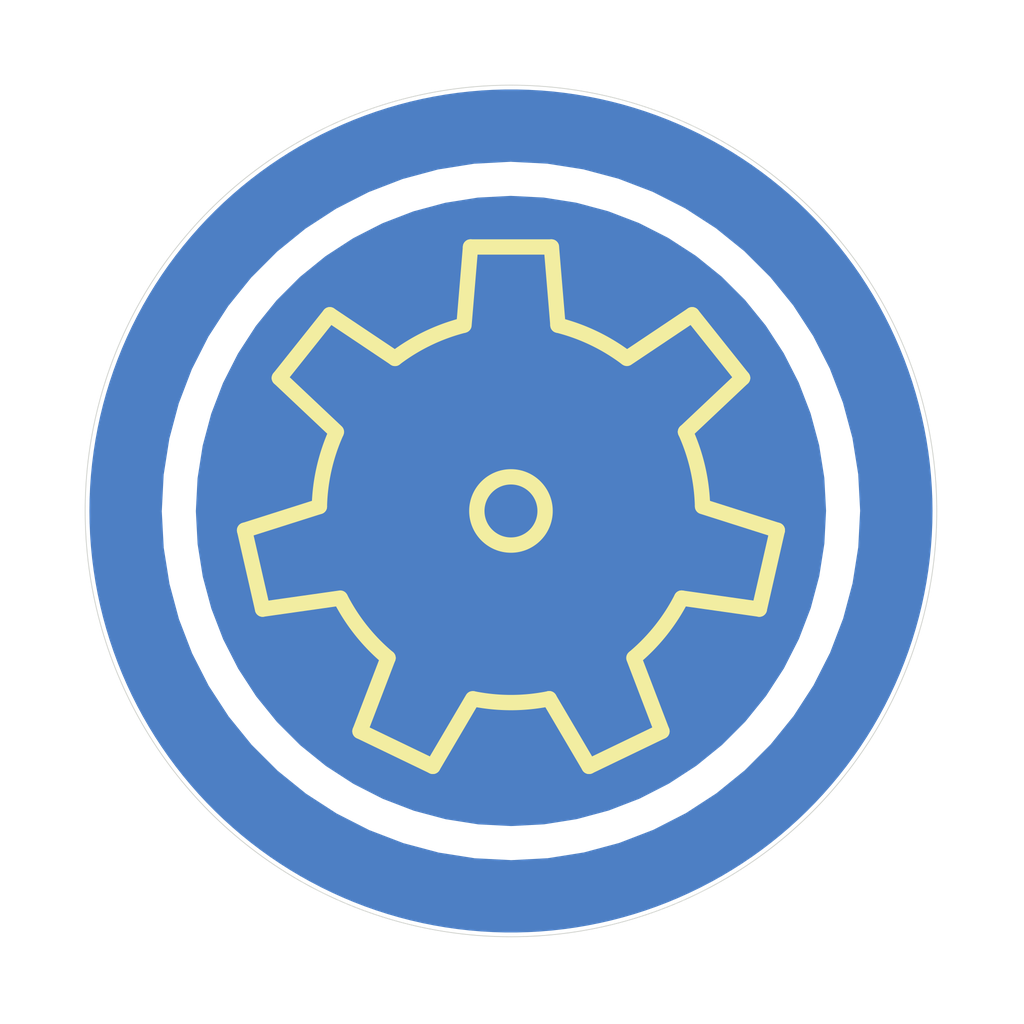
<source format=kicad_pcb>
(kicad_pcb (version 20221018) (generator pcbnew)

  (general
    (thickness 1.6)
  )

  (paper "A4")
  (layers
    (0 "F.Cu" signal)
    (1 "In1.Cu" signal)
    (2 "In2.Cu" signal)
    (31 "B.Cu" signal)
    (32 "B.Adhes" user "B.Adhesive")
    (33 "F.Adhes" user "F.Adhesive")
    (34 "B.Paste" user)
    (35 "F.Paste" user)
    (36 "B.SilkS" user "B.Silkscreen")
    (37 "F.SilkS" user "F.Silkscreen")
    (38 "B.Mask" user)
    (39 "F.Mask" user)
    (40 "Dwgs.User" user "User.Drawings")
    (41 "Cmts.User" user "User.Comments")
    (42 "Eco1.User" user "User.Eco1")
    (43 "Eco2.User" user "User.Eco2")
    (44 "Edge.Cuts" user)
    (45 "Margin" user)
    (46 "B.CrtYd" user "B.Courtyard")
    (47 "F.CrtYd" user "F.Courtyard")
    (48 "B.Fab" user)
    (49 "F.Fab" user)
    (50 "User.1" user)
    (51 "User.2" user)
    (52 "User.3" user)
    (53 "User.4" user)
    (54 "User.5" user)
    (55 "User.6" user)
    (56 "User.7" user)
    (57 "User.8" user)
    (58 "User.9" user)
  )

  (setup
    (stackup
      (layer "F.SilkS" (type "Top Silk Screen"))
      (layer "F.Paste" (type "Top Solder Paste"))
      (layer "F.Mask" (type "Top Solder Mask") (thickness 0.01))
      (layer "F.Cu" (type "copper") (thickness 0.035))
      (layer "dielectric 1" (type "prepreg") (thickness 0.1) (material "FR4") (epsilon_r 4.5) (loss_tangent 0.02))
      (layer "In1.Cu" (type "copper") (thickness 0.035))
      (layer "dielectric 2" (type "core") (thickness 1.24) (material "FR4") (epsilon_r 4.5) (loss_tangent 0.02))
      (layer "In2.Cu" (type "copper") (thickness 0.035))
      (layer "dielectric 3" (type "prepreg") (thickness 0.1) (material "FR4") (epsilon_r 4.5) (loss_tangent 0.02))
      (layer "B.Cu" (type "copper") (thickness 0.035))
      (layer "B.Mask" (type "Bottom Solder Mask") (thickness 0.01))
      (layer "B.Paste" (type "Bottom Solder Paste"))
      (layer "B.SilkS" (type "Bottom Silk Screen"))
      (copper_finish "None")
      (dielectric_constraints no)
    )
    (pad_to_mask_clearance 0)
    (pcbplotparams
      (layerselection 0x00010fc_ffffffff)
      (plot_on_all_layers_selection 0x0000000_00000000)
      (disableapertmacros false)
      (usegerberextensions false)
      (usegerberattributes true)
      (usegerberadvancedattributes true)
      (creategerberjobfile true)
      (dashed_line_dash_ratio 12.000000)
      (dashed_line_gap_ratio 3.000000)
      (svgprecision 4)
      (plotframeref false)
      (viasonmask false)
      (mode 1)
      (useauxorigin false)
      (hpglpennumber 1)
      (hpglpenspeed 20)
      (hpglpendiameter 15.000000)
      (dxfpolygonmode true)
      (dxfimperialunits true)
      (dxfusepcbnewfont true)
      (psnegative false)
      (psa4output false)
      (plotreference true)
      (plotvalue true)
      (plotinvisibletext false)
      (sketchpadsonfab false)
      (subtractmaskfromsilk false)
      (outputformat 1)
      (mirror false)
      (drillshape 1)
      (scaleselection 1)
      (outputdirectory "")
    )
  )

  (net 0 "")

  (gr_line (start -71.275199 67.058117) (end -77.198352 74.485516)
    (stroke (width 1.8) (type solid)) (layer "F.SilkS") (tstamp 188d9d45-f198-46c7-86e9-2f307cfcf4df))
  (gr_line (start -29.960961 100.331661) (end -20.834209 101.629057)
    (stroke (width 1.8) (type solid)) (layer "F.SilkS") (tstamp 1f27db6c-2382-4e15-9cef-8476a301e28f))
  (gr_line (start -79.165791 101.629057) (end -70.039039 100.331661)
    (stroke (width 1.8) (type solid)) (layer "F.SilkS") (tstamp 25cea6e7-5e47-4731-82bb-0427b341ba42))
  (gr_line (start -67.729998 115.969087) (end -59.170794 120.090983)
    (stroke (width 1.8) (type solid)) (layer "F.SilkS") (tstamp 4dcc410a-7f9c-4cdb-8110-cdbeab2a4ccc))
  (gr_arc (start -63.615199 72.186978) (mid -59.82736 69.85962) (end -55.655855 68.322459)
    (stroke (width 1.8) (type solid)) (layer "F.SilkS") (tstamp 4f2eaa83-5f11-437d-b6cd-205c1f19f679))
  (gr_line (start -45.505298 112.146488) (end -40.829206 120.090983)
    (stroke (width 1.8) (type solid)) (layer "F.SilkS") (tstamp 5ac8933d-8de2-4bbb-a5bb-05e27fd3288e))
  (gr_line (start -77.198353 74.485516) (end -70.493571 80.812185)
    (stroke (width 1.8) (type solid)) (layer "F.SilkS") (tstamp 5df1cfec-3ce0-4365-9474-178f56899c5f))
  (gr_line (start -63.615199 72.186979) (end -71.275199 67.058116)
    (stroke (width 1.8) (type solid)) (layer "F.SilkS") (tstamp 611776aa-c1ea-434c-b53f-43ad7960a383))
  (gr_line (start -28.724801 67.058117) (end -36.384801 72.18698)
    (stroke (width 1.8) (type solid)) (layer "F.SilkS") (tstamp 69b8665b-ef13-4dd3-a468-1ad12859359e))
  (gr_line (start -72.493901 89.576205) (end -81.279739 92.367241)
    (stroke (width 1.8) (type solid)) (layer "F.SilkS") (tstamp 6a6415f3-4f1f-43af-841d-f49e740f6377))
  (gr_line (start -44.483974 68.286623) (end -45.25 59.1)
    (stroke (width 1.8) (type solid)) (layer "F.SilkS") (tstamp 6e5a3be1-6805-4c21-b122-81bfa46adc26))
  (gr_line (start -81.27974 92.367241) (end -79.165791 101.629056)
    (stroke (width 1.8) (type solid)) (layer "F.SilkS") (tstamp 6fa6e9f8-3067-47ec-b554-90c0f7711287))
  (gr_arc (start -29.960961 100.331662) (mid -32.363883 104.072021) (end -35.45533 107.266903)
    (stroke (width 1.8) (type solid)) (layer "F.SilkS") (tstamp 79706a36-bd11-426f-859f-6021d5e3c14e))
  (gr_line (start -32.270002 115.969087) (end -35.565763 107.359859)
    (stroke (width 1.8) (type solid)) (layer "F.SilkS") (tstamp 7d020e5b-778e-4d6a-ba58-ee0813a5b49a))
  (gr_arc (start -44.483974 68.286623) (mid -40.302693 69.79699) (end -36.500001 72.1)
    (stroke (width 1.8) (type solid)) (layer "F.SilkS") (tstamp 82fee8d7-8606-4593-a8b1-b5d58fa0ee77))
  (gr_line (start -18.72026 92.367241) (end -27.506098 89.576205)
    (stroke (width 1.8) (type solid)) (layer "F.SilkS") (tstamp 83363fb4-acfb-441d-8cd7-4cf29d52b71e))
  (gr_line (start -20.834209 101.629057) (end -18.72026 92.367242)
    (stroke (width 1.8) (type solid)) (layer "F.SilkS") (tstamp 89b1d08d-2afd-4d1b-9047-3720e2d9e735))
  (gr_line (start -22.801647 74.485516) (end -28.7248 67.058117)
    (stroke (width 1.8) (type solid)) (layer "F.SilkS") (tstamp 980a1e59-6ac6-4e39-bb7f-c8f8b3f6d80c))
  (gr_line (start -64.434237 107.35986) (end -67.729998 115.969088)
    (stroke (width 1.8) (type solid)) (layer "F.SilkS") (tstamp 9dc9abc6-efcf-4592-9412-b69a24cf2d1c))
  (gr_circle (center -50 90.1) (end -45.992195 90.1)
    (stroke (width 1.8) (type solid)) (fill none) (layer "F.SilkS") (tstamp 9f5a55db-12e5-4c60-a3e0-1b7cdccb4ae6))
  (gr_line (start -40.829206 120.090983) (end -32.270002 115.969087)
    (stroke (width 1.8) (type solid)) (layer "F.SilkS") (tstamp a09592a6-880c-4100-ae91-881af04f9258))
  (gr_line (start -59.170794 120.090983) (end -54.494702 112.146488)
    (stroke (width 1.8) (type solid)) (layer "F.SilkS") (tstamp ab4d0a3f-4ec7-499e-a183-e98e64c02bbf))
  (gr_arc (start -64.434237 107.35986) (mid -67.546117 104.184876) (end -69.972986 100.46001)
    (stroke (width 1.8) (type solid)) (layer "F.SilkS") (tstamp af95f342-9d6c-4c54-88c3-b1e1251e70d8))
  (gr_arc (start -29.506429 80.812185) (mid -28.080296 85.022941) (end -27.509922 89.431908)
    (stroke (width 1.8) (type solid)) (layer "F.SilkS") (tstamp bf0be6fc-7242-4734-9b71-f2c9e837c4cc))
  (gr_line (start -45.25 59.1) (end -54.75 59.1)
    (stroke (width 1.8) (type solid)) (layer "F.SilkS") (tstamp d4cc3f83-903a-432e-b341-be2bee7dcc3a))
  (gr_arc (start -45.505299 112.146488) (mid -49.927827 112.599884) (end -54.353172 112.17487)
    (stroke (width 1.8) (type solid)) (layer "F.SilkS") (tstamp d89d4056-8de8-4a60-b28b-d5f8aa273681))
  (gr_line (start -54.75 59.1) (end -55.516026 68.286623)
    (stroke (width 1.8) (type solid)) (layer "F.SilkS") (tstamp ea7882d4-f06b-468d-a6d1-81a494ab2207))
  (gr_line (start -29.506429 80.812185) (end -22.801647 74.485516)
    (stroke (width 1.8) (type solid)) (layer "F.SilkS") (tstamp ed735484-0671-462a-bcd1-4fc2829077ae))
  (gr_arc (start -72.493902 89.576205) (mid -71.951825 85.163669) (end -70.552735 80.943851)
    (stroke (width 1.8) (type solid)) (layer "F.SilkS") (tstamp f8031213-42f7-4d60-be07-51c37d82a59d))
  (gr_poly
    (pts
      (xy -12.541598 106.781745)
      (xy -16.197016 105.152414)
      (xy -14.810909 101.533628)
      (xy -11.006683 102.769696)
    )

    (stroke (width 0.05) (type solid)) (fill solid) (layer "B.Mask") (tstamp 0e86afaa-8a55-4da3-be08-d959773373d7))
  (gr_poly
    (pts
      (xy -90.109768 98.621681)
      (xy -86.194776 97.791237)
      (xy -85.189091 101.533629)
      (xy -88.993318 102.769697)
    )

    (stroke (width 0.05) (type solid)) (fill solid) (layer "B.Mask") (tstamp 108975f8-dead-4db5-bb7e-a46c35f31dc8))
  (gr_poly
    (pts
      (xy -41.47083 49.991824)
      (xy -42.304552 53.906119)
      (xy -46.132447 53.30269)
      (xy -45.714333 49.324602)
    )

    (stroke (width 0.05) (type solid)) (fill solid) (layer "B.Mask") (tstamp 12a08aa8-952d-4a00-968c-329d0e210097))
  (gr_poly
    (pts
      (xy -45.717614 130.8808)
      (xy -46.134281 126.90045)
      (xy -42.307267 126.291461)
      (xy -41.47562 130.204051)
    )

    (stroke (width 0.05) (type solid)) (fill solid) (layer "B.Mask") (tstamp 15a65f25-2202-4756-9f2e-73e77a9f9f66))
  (gr_poly
    (pts
      (xy -8.99497 90.103828)
      (xy -12.997069 90.102152)
      (xy -13.20269 86.232447)
      (xy -9.224602 85.814333)
    )

    (stroke (width 0.05) (type solid)) (fill solid) (layer "B.Mask") (tstamp 1b23550d-0d9d-4597-9eed-3a5a7f07e163))
  (gr_poly
    (pts
      (xy -83.171516 65.994751)
      (xy -79.934735 68.348482)
      (xy -82.04294 71.6)
      (xy -85.507042 69.6)
    )

    (stroke (width 0.05) (type solid)) (fill solid) (layer "B.Mask") (tstamp 1ffb1ff8-dcde-42f1-ade6-2eeeae1d787b))
  (gr_poly
    (pts
      (xy -80.475237 117.534876)
      (xy -77.499976 114.858194)
      (xy -74.757832 117.596359)
      (xy -77.434354 120.568938)
    )

    (stroke (width 0.05) (type solid)) (fill solid) (layer "B.Mask") (tstamp 23b19263-7b4c-438a-8519-96efc917de35))
  (gr_poly
    (pts
      (xy -50.003828 131.10503)
      (xy -50.002152 127.102931)
      (xy -46.132447 126.89731)
      (xy -45.714333 130.875398)
    )

    (stroke (width 0.05) (type solid)) (fill solid) (layer "B.Mask") (tstamp 2b3c12ec-e60b-4390-80e8-6b9abd3fae24))
  (gr_poly
    (pts
      (xy -91.00503 90.096172)
      (xy -87.002931 90.097848)
      (xy -86.79731 93.967553)
      (xy -90.775398 94.385667)
    )

    (stroke (width 0.05) (type solid)) (fill solid) (layer "B.Mask") (tstamp 2effd945-b7da-4b9d-8957-fbdb78cd7cbf))
  (gr_poly
    (pts
      (xy -19.524763 62.665124)
      (xy -22.500024 65.341806)
      (xy -25.242168 62.603641)
      (xy -22.565646 59.631062)
    )

    (stroke (width 0.05) (type solid)) (fill solid) (layer "B.Mask") (tstamp 31e1546f-12fa-4b08-a1a8-90616a3bbf80))
  (gr_poly
    (pts
      (xy -58.521681 49.990232)
      (xy -57.691237 53.905224)
      (xy -61.433629 54.910909)
      (xy -62.669697 51.106682)
    )

    (stroke (width 0.05) (type solid)) (fill solid) (layer "B.Mask") (tstamp 3caaf4ea-88a4-41a8-b9e2-50b018b62a94))
  (gr_poly
    (pts
      (xy -16.823984 66.000945)
      (xy -20.062735 68.351964)
      (xy -22.503642 65.342167)
      (xy -19.531062 62.665645)
    )

    (stroke (width 0.05) (type solid)) (fill solid) (layer "B.Mask") (tstamp 3cd3a03c-92ac-442c-8e9b-c40c53eee0a0))
  (gr_poly
    (pts
      (xy -85.513312 110.5992)
      (xy -82.046555 108.599602)
      (xy -79.933629 111.848055)
      (xy -83.169697 114.199196)
    )

    (stroke (width 0.05) (type solid)) (fill solid) (layer "B.Mask") (tstamp 41ede338-a151-4206-9dc3-924ac0f0a89c))
  (gr_poly
    (pts
      (xy -90.78 85.81)
      (xy -86.8 86.23)
      (xy -87 90.1)
      (xy -91 90.1)
    )

    (stroke (width 0.05) (type solid)) (fill solid) (layer "B.Mask") (tstamp 44a99cf2-49e4-498a-8f58-3d53775ed581))
  (gr_poly
    (pts
      (xy -66.681745 127.558402)
      (xy -65.052414 123.902984)
      (xy -61.433628 125.289091)
      (xy -62.669696 129.093317)
    )

    (stroke (width 0.05) (type solid)) (fill solid) (layer "B.Mask") (tstamp 4bc7df29-7e74-4437-82ff-e644ddb18178))
  (gr_poly
    (pts
      (xy -16.828484 114.205249)
      (xy -20.065265 111.851518)
      (xy -17.95706 108.6)
      (xy -14.492958 110.6)
    )

    (stroke (width 0.05) (type solid)) (fill solid) (layer "B.Mask") (tstamp 4e464b5d-f1a8-44d3-993b-32a22fe7c1b4))
  (gr_poly
    (pts
      (xy -54.282386 49.3192)
      (xy -53.865719 53.29955)
      (xy -57.692733 53.908539)
      (xy -58.52438 49.995949)
    )

    (stroke (width 0.05) (type solid)) (fill solid) (layer "B.Mask") (tstamp 51a02cab-0f1c-482f-af1a-bc224c0067f3))
  (gr_poly
    (pts
      (xy -29.5008 125.613312)
      (xy -31.500398 122.146555)
      (xy -28.251945 120.033629)
      (xy -25.900804 123.269697)
    )

    (stroke (width 0.05) (type solid)) (fill solid) (layer "B.Mask") (tstamp 55e333bc-292c-4285-bca2-59a8227dd3aa))
  (gr_poly
    (pts
      (xy -62.674892 129.096918)
      (xy -61.436581 125.291213)
      (xy -57.692733 126.291461)
      (xy -58.524379 130.204052)
    )

    (stroke (width 0.05) (type solid)) (fill solid) (layer "B.Mask") (tstamp 5983ba2d-0e04-4cef-8fab-750db7bab6b6))
  (gr_poly
    (pts
      (xy -70.50583 125.609484)
      (xy -68.503329 122.144402)
      (xy -65.049255 123.901182)
      (xy -66.676202 127.555364)
    )

    (stroke (width 0.05) (type solid)) (fill solid) (layer "B.Mask") (tstamp 5a2f72e1-8932-4925-a5ab-e6fc9727c837))
  (gr_poly
    (pts
      (xy -41.478319 130.209768)
      (xy -42.308763 126.294776)
      (xy -38.566371 125.289091)
      (xy -37.330303 129.093318)
    )

    (stroke (width 0.05) (type solid)) (fill solid) (layer "B.Mask") (tstamp 5c4f2c35-c554-42f6-84ba-9bd80bf1d0e8))
  (gr_poly
    (pts
      (xy -33.325249 127.561516)
      (xy -34.951518 123.904735)
      (xy -31.5 122.14294)
      (xy -29.5 125.607042)
    )

    (stroke (width 0.05) (type solid)) (fill solid) (layer "B.Mask") (tstamp 5cdf5897-15a7-4b15-a670-3feff3e44645))
  (gr_poly
    (pts
      (xy -45.71 49.32)
      (xy -46.13 53.3)
      (xy -50 53.1)
      (xy -50 49.1)
    )

    (stroke (width 0.05) (type solid)) (fill solid) (layer "B.Mask") (tstamp 5e0fd861-4a52-4b6b-ab82-736c2abd340f))
  (gr_poly
    (pts
      (xy -80.470114 62.659435)
      (xy -77.497096 65.338607)
      (xy -79.933628 68.351946)
      (xy -83.169696 66.000805)
    )

    (stroke (width 0.05) (type solid)) (fill solid) (layer "B.Mask") (tstamp 6ab89ade-c26e-4242-8103-0752414e433b))
  (gr_poly
    (pts
      (xy -49.996172 49.09497)
      (xy -49.997848 53.097069)
      (xy -53.867553 53.30269)
      (xy -54.285667 49.324602)
    )

    (stroke (width 0.05) (type solid)) (fill solid) (layer "B.Mask") (tstamp 819ff4b6-a5d0-4655-aa9d-6b7b3301a87d))
  (gr_poly
    (pts
      (xy -19.529886 117.540565)
      (xy -22.502904 114.861393)
      (xy -20.066372 111.848054)
      (xy -16.830304 114.199195)
    )

    (stroke (width 0.05) (type solid)) (fill solid) (layer "B.Mask") (tstamp 838c545e-4aa4-4a67-8675-170403437afb))
  (gr_poly
    (pts
      (xy -87.458402 73.418255)
      (xy -83.802984 75.047586)
      (xy -85.189091 78.666372)
      (xy -88.993317 77.430304)
    )

    (stroke (width 0.05) (type solid)) (fill solid) (layer "B.Mask") (tstamp 83bfda88-ee40-4be9-9421-9f7c848c73ae))
  (gr_poly
    (pts
      (xy -62.66761 51.100716)
      (xy -61.432487 54.907456)
      (xy -65.049256 56.298818)
      (xy -66.676202 52.644636)
    )

    (stroke (width 0.05) (type solid)) (fill solid) (layer "B.Mask") (tstamp 840313dc-251b-4365-8be2-6731fb1466ea))
  (gr_poly
    (pts
      (xy -22.565124 120.575237)
      (xy -25.241806 117.599976)
      (xy -22.503641 114.857832)
      (xy -19.531062 117.534354)
    )

    (stroke (width 0.05) (type solid)) (fill solid) (layer "B.Mask") (tstamp 8436224b-42f5-4041-8829-28b36a31e5e5))
  (gr_poly
    (pts
      (xy -88.999284 102.76761)
      (xy -85.192544 101.532487)
      (xy -83.801182 105.149256)
      (xy -87.455364 106.776202)
    )

    (stroke (width 0.05) (type solid)) (fill solid) (layer "B.Mask") (tstamp 847ee0ba-fb10-43d0-b9c5-338fbdb8a27f))
  (gr_poly
    (pts
      (xy -70.4992 54.586688)
      (xy -68.499602 58.053445)
      (xy -71.748055 60.166371)
      (xy -74.099196 56.930303)
    )

    (stroke (width 0.05) (type solid)) (fill solid) (layer "B.Mask") (tstamp 8e9ef49a-300a-47a5-9fd7-1d70a2476dc0))
  (gr_poly
    (pts
      (xy -88.996918 77.425108)
      (xy -85.191213 78.663419)
      (xy -86.191461 82.407267)
      (xy -90.104052 81.575621)
    )

    (stroke (width 0.05) (type solid)) (fill solid) (layer "B.Mask") (tstamp 8eebaab5-60e3-46b5-9a9b-418e0cb988d0))
  (gr_poly
    (pts
      (xy -74.099055 56.923984)
      (xy -71.748036 60.162735)
      (xy -74.757833 62.603642)
      (xy -77.434355 59.631062)
    )

    (stroke (width 0.05) (type solid)) (fill solid) (layer "B.Mask") (tstamp 909ee1c6-5ce6-4b6a-aee6-b07ab0110faa))
  (gr_poly
    (pts
      (xy -74.105249 123.271516)
      (xy -71.751518 120.034735)
      (xy -68.5 122.14294)
      (xy -70.5 125.607042)
    )

    (stroke (width 0.05) (type solid)) (fill solid) (layer "B.Mask") (tstamp 987ef1e4-a541-4d51-973d-59308b2212f7))
  (gr_poly
    (pts
      (xy -77.434876 59.624763)
      (xy -74.758194 62.600024)
      (xy -77.496359 65.342168)
      (xy -80.468938 62.665646)
    )

    (stroke (width 0.05) (type solid)) (fill solid) (layer "B.Mask") (tstamp 98937dc1-47fc-47e4-85e6-b47167ed4fcd))
  (gr_poly
    (pts
      (xy -9.2192 85.817614)
      (xy -13.19955 86.234281)
      (xy -13.808539 82.407267)
      (xy -9.895949 81.57562)
    )

    (stroke (width 0.05) (type solid)) (fill solid) (layer "B.Mask") (tstamp 9dc1e2bf-026f-4486-b479-b7c86bbc3b37))
  (gr_poly
    (pts
      (xy -66.674751 52.638484)
      (xy -65.048482 56.295265)
      (xy -68.5 58.05706)
      (xy -70.5 54.592958)
    )

    (stroke (width 0.05) (type solid)) (fill solid) (layer "B.Mask") (tstamp a15231cb-4f06-4f80-ac4b-daf0fa941c12))
  (gr_poly
    (pts
      (xy -9.22 94.39)
      (xy -13.2 93.97)
      (xy -13 90.1)
      (xy -9 90.1)
    )

    (stroke (width 0.05) (type solid)) (fill solid) (layer "B.Mask") (tstamp a44b5be0-2a5d-4dcd-9a61-2bfb1caa19f2))
  (gr_poly
    (pts
      (xy -11.003082 102.774892)
      (xy -14.808787 101.536581)
      (xy -13.808539 97.792733)
      (xy -9.895948 98.624379)
    )

    (stroke (width 0.05) (type solid)) (fill solid) (layer "B.Mask") (tstamp a6e420ad-bf18-4685-8889-624325ba94c4))
  (gr_poly
    (pts
      (xy -29.49417 54.590516)
      (xy -31.496671 58.055598)
      (xy -34.950745 56.298818)
      (xy -33.323798 52.644636)
    )

    (stroke (width 0.05) (type solid)) (fill solid) (layer "B.Mask") (tstamp a7dae185-3f4d-4ef9-9c10-9457a93b3377))
  (gr_poly
    (pts
      (xy -90.7808 94.382386)
      (xy -86.80045 93.965719)
      (xy -86.191461 97.792733)
      (xy -90.104051 98.62438)
    )

    (stroke (width 0.05) (type solid)) (fill solid) (layer "B.Mask") (tstamp af84998b-e0ea-43bb-8d7b-4ac0fb8d02ef))
  (gr_poly
    (pts
      (xy -77.440565 120.570114)
      (xy -74.761393 117.597096)
      (xy -71.748054 120.033628)
      (xy -74.099195 123.269696)
    )

    (stroke (width 0.05) (type solid)) (fill solid) (layer "B.Mask") (tstamp b02f6b80-96c1-4ff9-b98b-864c9e0017cb))
  (gr_poly
    (pts
      (xy -58.52917 130.208176)
      (xy -57.695448 126.293881)
      (xy -53.867553 126.89731)
      (xy -54.285667 130.875398)
    )

    (stroke (width 0.05) (type solid)) (fill solid) (layer "B.Mask") (tstamp b384eb6b-2bf1-48bc-91a2-2a47efe98364))
  (gr_poly
    (pts
      (xy -87.461516 106.774751)
      (xy -83.804735 105.148482)
      (xy -82.04294 108.6)
      (xy -85.507042 110.6)
    )

    (stroke (width 0.05) (type solid)) (fill solid) (layer "B.Mask") (tstamp b5e1b586-0efa-467a-984c-66c130eebb92))
  (gr_poly
    (pts
      (xy -9.890232 81.578319)
      (xy -13.805224 82.408763)
      (xy -14.810909 78.666371)
      (xy -11.006682 77.430303)
    )

    (stroke (width 0.05) (type solid)) (fill solid) (layer "B.Mask") (tstamp b6ffc1e6-e8fb-4372-8c62-26477c53852e))
  (gr_poly
    (pts
      (xy -25.894751 56.928484)
      (xy -28.248482 60.165265)
      (xy -31.5 58.05706)
      (xy -29.5 54.592958)
    )

    (stroke (width 0.05) (type solid)) (fill solid) (layer "B.Mask") (tstamp b88734fd-d9a8-403f-b160-7bed091d0b2a))
  (gr_poly
    (pts
      (xy -37.33239 129.099284)
      (xy -38.567513 125.292544)
      (xy -34.950744 123.901182)
      (xy -33.323798 127.555364)
    )

    (stroke (width 0.05) (type solid)) (fill solid) (layer "B.Mask") (tstamp bcba411f-1d24-45ba-b13a-445a935f832c))
  (gr_poly
    (pts
      (xy -83.176016 114.199055)
      (xy -79.937265 111.848036)
      (xy -77.496358 114.857833)
      (xy -80.468938 117.534355)
    )

    (stroke (width 0.05) (type solid)) (fill solid) (layer "B.Mask") (tstamp bd2b9733-3d5e-47d7-a4b4-3fc8d5480076))
  (gr_poly
    (pts
      (xy -33.318255 52.641598)
      (xy -34.947586 56.297016)
      (xy -38.566372 54.910909)
      (xy -37.330304 51.106683)
    )

    (stroke (width 0.05) (type solid)) (fill solid) (layer "B.Mask") (tstamp c9250fd9-7083-42ee-89ce-df80591f0083))
  (gr_poly
    (pts
      (xy -12.538484 73.425249)
      (xy -16.195265 75.051518)
      (xy -17.95706 71.6)
      (xy -14.492958 69.6)
    )

    (stroke (width 0.05) (type solid)) (fill solid) (layer "B.Mask") (tstamp cc993adb-7a40-4df0-9fa2-059302d9ecc2))
  (gr_poly
    (pts
      (xy -14.486688 69.6008)
      (xy -17.953445 71.600398)
      (xy -20.066371 68.351945)
      (xy -16.830303 66.000804)
    )

    (stroke (width 0.05) (type solid)) (fill solid) (layer "B.Mask") (tstamp d5e86a5c-d57a-4c4a-8aa7-bfb999d69b8d))
  (gr_poly
    (pts
      (xy -14.490516 110.60583)
      (xy -17.955598 108.603329)
      (xy -16.198818 105.149255)
      (xy -12.544636 106.776202)
    )

    (stroke (width 0.05) (type solid)) (fill solid) (layer "B.Mask") (tstamp da5defd5-1047-4016-8c30-7297da79aa59))
  (gr_poly
    (pts
      (xy -9.891824 98.62917)
      (xy -13.806119 97.795448)
      (xy -13.20269 93.967553)
      (xy -9.224602 94.385667)
    )

    (stroke (width 0.05) (type solid)) (fill solid) (layer "B.Mask") (tstamp dd69ed3f-182e-44cd-a2a6-b2e0cd0b9325))
  (gr_poly
    (pts
      (xy -25.900945 123.276016)
      (xy -28.251964 120.037265)
      (xy -25.242167 117.596358)
      (xy -22.565645 120.568938)
    )

    (stroke (width 0.05) (type solid)) (fill solid) (layer "B.Mask") (tstamp e414ac70-39da-405e-8225-a77115363db5))
  (gr_poly
    (pts
      (xy -54.29 130.88)
      (xy -53.87 126.9)
      (xy -50 127.1)
      (xy -50 131.1)
    )

    (stroke (width 0.05) (type solid)) (fill solid) (layer "B.Mask") (tstamp e9601c8b-b52c-4e6c-a147-f64bf942366c))
  (gr_poly
    (pts
      (xy -85.509484 69.59417)
      (xy -82.044402 71.596671)
      (xy -83.801182 75.050745)
      (xy -87.455364 73.423798)
    )

    (stroke (width 0.05) (type solid)) (fill solid) (layer "B.Mask") (tstamp f10dc643-c6c5-4767-aade-0bfc96f223f7))
  (gr_poly
    (pts
      (xy -22.559435 59.629886)
      (xy -25.238607 62.602904)
      (xy -28.251946 60.166372)
      (xy -25.900805 56.930304)
    )

    (stroke (width 0.05) (type solid)) (fill solid) (layer "B.Mask") (tstamp f1290d10-5dfa-488c-9477-90ec7638687c))
  (gr_poly
    (pts
      (xy -11.000716 77.43239)
      (xy -14.807456 78.667513)
      (xy -16.198818 75.050744)
      (xy -12.544636 73.423798)
    )

    (stroke (width 0.05) (type solid)) (fill solid) (layer "B.Mask") (tstamp f5645a96-02a5-4ad7-b609-e802ca390b92))
  (gr_poly
    (pts
      (xy -90.108176 81.57083)
      (xy -86.193881 82.404552)
      (xy -86.79731 86.232447)
      (xy -90.775398 85.814333)
    )

    (stroke (width 0.05) (type solid)) (fill solid) (layer "B.Mask") (tstamp fb0eb7c2-4161-4bde-81f9-4c45f48f87d5))
  (gr_poly
    (pts
      (xy -37.325108 51.103082)
      (xy -38.563419 54.908787)
      (xy -42.307267 53.908539)
      (xy -41.475621 49.995948)
    )

    (stroke (width 0.05) (type solid)) (fill solid) (layer "B.Mask") (tstamp fd992677-fa97-49c1-9f61-2e07feb30b92))
  (gr_poly
    (pts
      (xy -11.000716 77.43239)
      (xy -14.807456 78.667513)
      (xy -16.198818 75.050744)
      (xy -12.544636 73.423798)
    )

    (stroke (width 0.05) (type solid)) (fill solid) (layer "F.Mask") (tstamp 00a6f930-cb21-491f-9ff6-9054b7414056))
  (gr_poly
    (pts
      (xy -11.003082 102.774892)
      (xy -14.808787 101.536581)
      (xy -13.808539 97.792733)
      (xy -9.895948 98.624379)
    )

    (stroke (width 0.05) (type solid)) (fill solid) (layer "F.Mask") (tstamp 0672f9ee-1d27-4501-8c55-3dbb53cf6aae))
  (gr_poly
    (pts
      (xy -9.891824 98.62917)
      (xy -13.806119 97.795448)
      (xy -13.20269 93.967553)
      (xy -9.224602 94.385667)
    )

    (stroke (width 0.05) (type solid)) (fill solid) (layer "F.Mask") (tstamp 094af421-d526-4b36-a147-b6ac013bce5c))
  (gr_poly
    (pts
      (xy -90.109768 98.621681)
      (xy -86.194776 97.791237)
      (xy -85.189091 101.533629)
      (xy -88.993318 102.769697)
    )

    (stroke (width 0.05) (type solid)) (fill solid) (layer "F.Mask") (tstamp 0efc972a-7b4e-4828-a751-1d22b5cb872e))
  (gr_poly
    (pts
      (xy -74.105249 123.271516)
      (xy -71.751518 120.034735)
      (xy -68.5 122.14294)
      (xy -70.5 125.607042)
    )

    (stroke (width 0.05) (type solid)) (fill solid) (layer "F.Mask") (tstamp 17d296c7-50cb-4a4e-bfe9-eaa3cd682674))
  (gr_poly
    (pts
      (xy -22.559435 59.629886)
      (xy -25.238607 62.602904)
      (xy -28.251946 60.166372)
      (xy -25.900805 56.930304)
    )

    (stroke (width 0.05) (type solid)) (fill solid) (layer "F.Mask") (tstamp 22ba0ed7-13ec-46fd-878c-24c907f22024))
  (gr_poly
    (pts
      (xy -90.108176 81.57083)
      (xy -86.193881 82.404552)
      (xy -86.79731 86.232447)
      (xy -90.775398 85.814333)
    )

    (stroke (width 0.05) (type solid)) (fill solid) (layer "F.Mask") (tstamp 23ed431b-6fba-4edb-af3e-ee7d04dd38ff))
  (gr_poly
    (pts
      (xy -14.486688 69.6008)
      (xy -17.953445 71.600398)
      (xy -20.066371 68.351945)
      (xy -16.830303 66.000804)
    )

    (stroke (width 0.05) (type solid)) (fill solid) (layer "F.Mask") (tstamp 286a51ba-80fa-4be6-9874-545de954e1e8))
  (gr_poly
    (pts
      (xy -90.78 85.81)
      (xy -86.8 86.23)
      (xy -87 90.1)
      (xy -91 90.1)
    )

    (stroke (width 0.05) (type solid)) (fill solid) (layer "F.Mask") (tstamp 2ef1cc53-d504-4cda-8e2b-c810874de31e))
  (gr_poly
    (pts
      (xy -19.529886 117.540565)
      (xy -22.502904 114.861393)
      (xy -20.066372 111.848054)
      (xy -16.830304 114.199195)
    )

    (stroke (width 0.05) (type solid)) (fill solid) (layer "F.Mask") (tstamp 352001c1-9b85-4436-baea-11e649725436))
  (gr_poly
    (pts
      (xy -33.325249 127.561516)
      (xy -34.951518 123.904735)
      (xy -31.5 122.14294)
      (xy -29.5 125.607042)
    )

    (stroke (width 0.05) (type solid)) (fill solid) (layer "F.Mask") (tstamp 396b3830-f7c0-4693-82fb-e9bd99b6c9af))
  (gr_poly
    (pts
      (xy -29.5008 125.613312)
      (xy -31.500398 122.146555)
      (xy -28.251945 120.033629)
      (xy -25.900804 123.269697)
    )

    (stroke (width 0.05) (type solid)) (fill solid) (layer "F.Mask") (tstamp 3d4db307-aa2e-48b1-baa5-fa498f682f46))
  (gr_poly
    (pts
      (xy -80.475237 117.534876)
      (xy -77.499976 114.858194)
      (xy -74.757832 117.596359)
      (xy -77.434354 120.568938)
    )

    (stroke (width 0.05) (type solid)) (fill solid) (layer "F.Mask") (tstamp 3f0fabd5-76a9-4fe9-99de-70089c77a603))
  (gr_poly
    (pts
      (xy -58.52917 130.208176)
      (xy -57.695448 126.293881)
      (xy -53.867553 126.89731)
      (xy -54.285667 130.875398)
    )

    (stroke (width 0.05) (type solid)) (fill solid) (layer "F.Mask") (tstamp 40036a5e-dff7-4bf3-8bd5-42f58da07804))
  (gr_poly
    (pts
      (xy -87.458402 73.418255)
      (xy -83.802984 75.047586)
      (xy -85.189091 78.666372)
      (xy -88.993317 77.430304)
    )

    (stroke (width 0.05) (type solid)) (fill solid) (layer "F.Mask") (tstamp 40f587a3-981b-45a2-8b28-a85eab6dd970))
  (gr_poly
    (pts
      (xy -45.71 49.32)
      (xy -46.13 53.3)
      (xy -50 53.1)
      (xy -50 49.1)
    )

    (stroke (width 0.05) (type solid)) (fill solid) (layer "F.Mask") (tstamp 41d4b8b5-3725-4164-ad2a-964c6ddc7719))
  (gr_poly
    (pts
      (xy -85.509484 69.59417)
      (xy -82.044402 71.596671)
      (xy -83.801182 75.050745)
      (xy -87.455364 73.423798)
    )

    (stroke (width 0.05) (type solid)) (fill solid) (layer "F.Mask") (tstamp 46b31a83-d253-4b2e-946c-93ea63f1aa4d))
  (gr_poly
    (pts
      (xy -70.50583 125.609484)
      (xy -68.503329 122.144402)
      (xy -65.049255 123.901182)
      (xy -66.676202 127.555364)
    )

    (stroke (width 0.05) (type solid)) (fill solid) (layer "F.Mask") (tstamp 49980586-61da-4ae6-9e93-dc078b7d9849))
  (gr_poly
    (pts
      (xy -14.490516 110.60583)
      (xy -17.955598 108.603329)
      (xy -16.198818 105.149255)
      (xy -12.544636 106.776202)
    )

    (stroke (width 0.05) (type solid)) (fill solid) (layer "F.Mask") (tstamp 4d374641-7be2-4bd7-aabc-97763213db7b))
  (gr_poly
    (pts
      (xy -80.470114 62.659435)
      (xy -77.497096 65.338607)
      (xy -79.933628 68.351946)
      (xy -83.169696 66.000805)
    )

    (stroke (width 0.05) (type solid)) (fill solid) (layer "F.Mask") (tstamp 57f2d483-65a7-4332-9e6f-f1e0c061e568))
  (gr_poly
    (pts
      (xy -50.003828 131.10503)
      (xy -50.002152 127.102931)
      (xy -46.132447 126.89731)
      (xy -45.714333 130.875398)
    )

    (stroke (width 0.05) (type solid)) (fill solid) (layer "F.Mask") (tstamp 5aaabc43-fd25-45fe-9f1d-8291144e7edb))
  (gr_poly
    (pts
      (xy -25.900945 123.276016)
      (xy -28.251964 120.037265)
      (xy -25.242167 117.596358)
      (xy -22.565645 120.568938)
    )

    (stroke (width 0.05) (type solid)) (fill solid) (layer "F.Mask") (tstamp 5bc4ee2e-5ff9-4ff1-9f02-cc9a6eff7abb))
  (gr_poly
    (pts
      (xy -49.996172 49.09497)
      (xy -49.997848 53.097069)
      (xy -53.867553 53.30269)
      (xy -54.285667 49.324602)
    )

    (stroke (width 0.05) (type solid)) (fill solid) (layer "F.Mask") (tstamp 69e3c327-a0ba-40a7-b033-e205a52d43e8))
  (gr_poly
    (pts
      (xy -88.996918 77.425108)
      (xy -85.191213 78.663419)
      (xy -86.191461 82.407267)
      (xy -90.104052 81.575621)
    )

    (stroke (width 0.05) (type solid)) (fill solid) (layer "F.Mask") (tstamp 6ef54e3e-8197-4ab9-94a9-1fe0a97d511c))
  (gr_poly
    (pts
      (xy -9.2192 85.817614)
      (xy -13.19955 86.234281)
      (xy -13.808539 82.407267)
      (xy -9.895949 81.57562)
    )

    (stroke (width 0.05) (type solid)) (fill solid) (layer "F.Mask") (tstamp 725c7a19-bb70-4bf9-bb18-5b9f77b6a137))
  (gr_poly
    (pts
      (xy -54.282386 49.3192)
      (xy -53.865719 53.29955)
      (xy -57.692733 53.908539)
      (xy -58.52438 49.995949)
    )

    (stroke (width 0.05) (type solid)) (fill solid) (layer "F.Mask") (tstamp 7394a2b8-9e63-4d9d-9176-55cff7a0a447))
  (gr_poly
    (pts
      (xy -19.524763 62.665124)
      (xy -22.500024 65.341806)
      (xy -25.242168 62.603641)
      (xy -22.565646 59.631062)
    )

    (stroke (width 0.05) (type solid)) (fill solid) (layer "F.Mask") (tstamp 75ea4ff7-9c2b-46c0-a72f-9619803157cb))
  (gr_poly
    (pts
      (xy -12.541598 106.781745)
      (xy -16.197016 105.152414)
      (xy -14.810909 101.533628)
      (xy -11.006683 102.769696)
    )

    (stroke (width 0.05) (type solid)) (fill solid) (layer "F.Mask") (tstamp 778e46bb-8f49-4216-800a-3186b440115b))
  (gr_poly
    (pts
      (xy -22.565124 120.575237)
      (xy -25.241806 117.599976)
      (xy -22.503641 114.857832)
      (xy -19.531062 117.534354)
    )

    (stroke (width 0.05) (type solid)) (fill solid) (layer "F.Mask") (tstamp 81081047-7cf4-4b86-8cd5-8811968915db))
  (gr_poly
    (pts
      (xy -83.176016 114.199055)
      (xy -79.937265 111.848036)
      (xy -77.496358 114.857833)
      (xy -80.468938 117.534355)
    )

    (stroke (width 0.05) (type solid)) (fill solid) (layer "F.Mask") (tstamp 84970edb-156a-4c12-91d2-8a97fe7d09e5))
  (gr_poly
    (pts
      (xy -41.478319 130.209768)
      (xy -42.308763 126.294776)
      (xy -38.566371 125.289091)
      (xy -37.330303 129.093318)
    )

    (stroke (width 0.05) (type solid)) (fill solid) (layer "F.Mask") (tstamp 84d148ed-8cef-45b5-be92-09d65791aa86))
  (gr_poly
    (pts
      (xy -9.890232 81.578319)
      (xy -13.805224 82.408763)
      (xy -14.810909 78.666371)
      (xy -11.006682 77.430303)
    )

    (stroke (width 0.05) (type solid)) (fill solid) (layer "F.Mask") (tstamp 8790c175-7a98-40fe-bf4b-7fa6aaebbd0e))
  (gr_poly
    (pts
      (xy -70.4992 54.586688)
      (xy -68.499602 58.053445)
      (xy -71.748055 60.166371)
      (xy -74.099196 56.930303)
    )

    (stroke (width 0.05) (type solid)) (fill solid) (layer "F.Mask") (tstamp 879a5249-1f0d-4b76-ba55-ee83e9a7f87e))
  (gr_poly
    (pts
      (xy -37.325108 51.103082)
      (xy -38.563419 54.908787)
      (xy -42.307267 53.908539)
      (xy -41.475621 49.995948)
    )

    (stroke (width 0.05) (type solid)) (fill solid) (layer "F.Mask") (tstamp 91bb6e79-1a42-4a16-9cfc-b8171df6e163))
  (gr_poly
    (pts
      (xy -62.674892 129.096918)
      (xy -61.436581 125.291213)
      (xy -57.692733 126.291461)
      (xy -58.524379 130.204052)
    )

    (stroke (width 0.05) (type solid)) (fill solid) (layer "F.Mask") (tstamp 93a97335-33c1-40fc-87fa-b63357a659ad))
  (gr_poly
    (pts
      (xy -77.434876 59.624763)
      (xy -74.758194 62.600024)
      (xy -77.496359 65.342168)
      (xy -80.468938 62.665646)
    )

    (stroke (width 0.05) (type solid)) (fill solid) (layer "F.Mask") (tstamp 96a8eb09-53ab-435f-a22c-1e1640e268e0))
  (gr_poly
    (pts
      (xy -54.29 130.88)
      (xy -53.87 126.9)
      (xy -50 127.1)
      (xy -50 131.1)
    )

    (stroke (width 0.05) (type solid)) (fill solid) (layer "F.Mask") (tstamp 9784083a-1325-42ab-bdcb-84bf9599ea68))
  (gr_poly
    (pts
      (xy -29.49417 54.590516)
      (xy -31.496671 58.055598)
      (xy -34.950745 56.298818)
      (xy -33.323798 52.644636)
    )

    (stroke (width 0.05) (type solid)) (fill solid) (layer "F.Mask") (tstamp 98d8d86e-0e2c-4c87-8937-594c3fccb443))
  (gr_poly
    (pts
      (xy -16.828484 114.205249)
      (xy -20.065265 111.851518)
      (xy -17.95706 108.6)
      (xy -14.492958 110.6)
    )

    (stroke (width 0.05) (type solid)) (fill solid) (layer "F.Mask") (tstamp a51944db-07a8-4a64-adf6-6c63354018be))
  (gr_poly
    (pts
      (xy -91.00503 90.096172)
      (xy -87.002931 90.097848)
      (xy -86.79731 93.967553)
      (xy -90.775398 94.385667)
    )

    (stroke (width 0.05) (type solid)) (fill solid) (layer "F.Mask") (tstamp a9f6833d-2c01-4884-a9a3-9266215515d8))
  (gr_poly
    (pts
      (xy -62.66761 51.100716)
      (xy -61.432487 54.907456)
      (xy -65.049256 56.298818)
      (xy -66.676202 52.644636)
    )

    (stroke (width 0.05) (type solid)) (fill solid) (layer "F.Mask") (tstamp ab1370fa-8d9b-4691-bb8d-56f10f1be586))
  (gr_poly
    (pts
      (xy -37.33239 129.099284)
      (xy -38.567513 125.292544)
      (xy -34.950744 123.901182)
      (xy -33.323798 127.555364)
    )

    (stroke (width 0.05) (type solid)) (fill solid) (layer "F.Mask") (tstamp b6f06ab3-9c71-4c33-805d-0675f59af8d5))
  (gr_poly
    (pts
      (xy -12.538484 73.425249)
      (xy -16.195265 75.051518)
      (xy -17.95706 71.6)
      (xy -14.492958 69.6)
    )

    (stroke (width 0.05) (type solid)) (fill solid) (layer "F.Mask") (tstamp bbff353f-5682-4bcb-a7bb-f2a45179eec0))
  (gr_poly
    (pts
      (xy -66.681745 127.558402)
      (xy -65.052414 123.902984)
      (xy -61.433628 125.289091)
      (xy -62.669696 129.093317)
    )

    (stroke (width 0.05) (type solid)) (fill solid) (layer "F.Mask") (tstamp c7f51891-8885-4b68-9c2a-305c56f0ed50))
  (gr_poly
    (pts
      (xy -16.823984 66.000945)
      (xy -20.062735 68.351964)
      (xy -22.503642 65.342167)
      (xy -19.531062 62.665645)
    )

    (stroke (width 0.05) (type solid)) (fill solid) (layer "F.Mask") (tstamp c934ac0a-8e09-45f2-9136-db3bf5ad9750))
  (gr_poly
    (pts
      (xy -45.717614 130.8808)
      (xy -46.134281 126.90045)
      (xy -42.307267 126.291461)
      (xy -41.47562 130.204051)
    )

    (stroke (width 0.05) (type solid)) (fill solid) (layer "F.Mask") (tstamp cf36b022-8fa6-493a-a9d3-e7c9ba9d33b8))
  (gr_poly
    (pts
      (xy -25.894751 56.928484)
      (xy -28.248482 60.165265)
      (xy -31.5 58.05706)
      (xy -29.5 54.592958)
    )

    (stroke (width 0.05) (type solid)) (fill solid) (layer "F.Mask") (tstamp d36e26bc-35ca-4f70-b805-d1ec496c187d))
  (gr_poly
    (pts
      (xy -41.47083 49.991824)
      (xy -42.304552 53.906119)
      (xy -46.132447 53.30269)
      (xy -45.714333 49.324602)
    )

    (stroke (width 0.05) (type solid)) (fill solid) (layer "F.Mask") (tstamp d4d87462-1c9c-43c7-ab73-1e70de94492a))
  (gr_poly
    (pts
      (xy -74.099055 56.923984)
      (xy -71.748036 60.162735)
      (xy -74.757833 62.603642)
      (xy -77.434355 59.631062)
    )

    (stroke (width 0.05) (type solid)) (fill solid) (layer "F.Mask") (tstamp d51dcb1b-9c54-45fd-b78a-10047e0115e4))
  (gr_poly
    (pts
      (xy -88.999284 102.76761)
      (xy -85.192544 101.532487)
      (xy -83.801182 105.149256)
      (xy -87.455364 106.776202)
    )

    (stroke (width 0.05) (type solid)) (fill solid) (layer "F.Mask") (tstamp dac8f7a0-2a8a-42cd-99b0-32011618e178))
  (gr_poly
    (pts
      (xy -87.461516 106.774751)
      (xy -83.804735 105.148482)
      (xy -82.04294 108.6)
      (xy -85.507042 110.6)
    )

    (stroke (width 0.05) (type solid)) (fill solid) (layer "F.Mask") (tstamp e0614e8a-c6e6-44ff-84cd-3aa362dba3ad))
  (gr_poly
    (pts
      (xy -9.22 94.39)
      (xy -13.2 93.97)
      (xy -13 90.1)
      (xy -9 90.1)
    )

    (stroke (width 0.05) (type solid)) (fill solid) (layer "F.Mask") (tstamp e0ca0f5d-b5c7-4081-a186-d3394373b290))
  (gr_poly
    (pts
      (xy -66.674751 52.638484)
      (xy -65.048482 56.295265)
      (xy -68.5 58.05706)
      (xy -70.5 54.592958)
    )

    (stroke (width 0.05) (type solid)) (fill solid) (layer "F.Mask") (tstamp e86bae85-c084-494d-bf82-665a2b1dc306))
  (gr_poly
    (pts
      (xy -83.171516 65.994751)
      (xy -79.934735 68.348482)
      (xy -82.04294 71.6)
      (xy -85.507042 69.6)
    )

    (stroke (width 0.05) (type solid)) (fill solid) (layer "F.Mask") (tstamp e87791d5-3e4d-46a4-8a21-987c1200b946))
  (gr_poly
    (pts
      (xy -85.513312 110.5992)
      (xy -82.046555 108.599602)
      (xy -79.933629 111.848055)
      (xy -83.169697 114.199196)
    )

    (stroke (width 0.05) (type solid)) (fill solid) (layer "F.Mask") (tstamp ea6371fb-00bf-4bdd-ab3a-48805e0962f4))
  (gr_poly
    (pts
      (xy -90.7808 94.382386)
      (xy -86.80045 93.965719)
      (xy -86.191461 97.792733)
      (xy -90.104051 98.62438)
    )

    (stroke (width 0.05) (type solid)) (fill solid) (layer "F.Mask") (tstamp ec608d0b-cc33-4134-a7c5-ccc404a2bb48))
  (gr_poly
    (pts
      (xy -58.521681 49.990232)
      (xy -57.691237 53.905224)
      (xy -61.433629 54.910909)
      (xy -62.669697 51.106682)
    )

    (stroke (width 0.05) (type solid)) (fill solid) (layer "F.Mask") (tstamp f6e490c7-f8a7-40a8-ae48-7b3a20bac291))
  (gr_poly
    (pts
      (xy -33.318255 52.641598)
      (xy -34.947586 56.297016)
      (xy -38.566372 54.910909)
      (xy -37.330304 51.106683)
    )

    (stroke (width 0.05) (type solid)) (fill solid) (layer "F.Mask") (tstamp f7eef9b5-151d-4a70-bc09-7cb8da088543))
  (gr_poly
    (pts
      (xy -77.440565 120.570114)
      (xy -74.761393 117.597096)
      (xy -71.748054 120.033628)
      (xy -74.099195 123.269696)
    )

    (stroke (width 0.05) (type solid)) (fill solid) (layer "F.Mask") (tstamp fb723930-ef40-4167-997c-d39f8e734fb4))
  (gr_poly
    (pts
      (xy -8.99497 90.103828)
      (xy -12.997069 90.102152)
      (xy -13.20269 86.232447)
      (xy -9.224602 85.814333)
    )

    (stroke (width 0.05) (type solid)) (fill solid) (layer "F.Mask") (tstamp fd8eef1e-161d-43fe-ba01-fe5746d29425))
  (gr_circle (center -50 90.1) (end 0 90.1)
    (stroke (width 0.1) (type default)) (fill none) (layer "Edge.Cuts") (tstamp b7f432fe-1853-49ed-89a4-1fabd80f2891))

  (zone (net 0) (net_name "") (layer "B.Cu") (tstamp 002147fe-5737-4f56-b9d7-0d6a48498aca) (hatch edge 0.508)
    (connect_pads (clearance 0))
    (min_thickness 0.254) (filled_areas_thickness no)
    (keepout (tracks not_allowed) (vias not_allowed) (pads allowed) (copperpour not_allowed) (footprints allowed))
    (fill (thermal_gap 0.508) (thermal_bridge_width 0.508))
    (polygon
      (pts
        (xy -9.2192 85.817614)
        (xy -13.19955 86.23428)
        (xy -13.808539 82.407267)
        (xy -9.895948 81.57562)
      )
    )
  )
  (zone (net 0) (net_name "") (layer "B.Cu") (tstamp 052afe71-437e-4740-ab27-1b8d6096ff6a) (hatch edge 0.508)
    (connect_pads (clearance 0))
    (min_thickness 0.254) (filled_areas_thickness no)
    (keepout (tracks not_allowed) (vias not_allowed) (pads allowed) (copperpour not_allowed) (footprints allowed))
    (fill (thermal_gap 0.508) (thermal_bridge_width 0.508))
    (polygon
      (pts
        (xy -45.71 49.32)
        (xy -46.13 53.3)
        (xy -50 53.1)
        (xy -50 49.1)
      )
    )
  )
  (zone (net 0) (net_name "") (layer "B.Cu") (tstamp 052b8075-c6f4-4085-8238-4e5d40161a64) (hatch edge 0.508)
    (connect_pads (clearance 0))
    (min_thickness 0.254) (filled_areas_thickness no)
    (keepout (tracks not_allowed) (vias not_allowed) (pads allowed) (copperpour not_allowed) (footprints allowed))
    (fill (thermal_gap 0.508) (thermal_bridge_width 0.508))
    (polygon
      (pts
        (xy -62.66761 51.100716)
        (xy -61.432487 54.907456)
        (xy -65.049255 56.298818)
        (xy -66.676202 52.644636)
      )
    )
  )
  (zone (net 0) (net_name "") (layer "B.Cu") (tstamp 098125e0-57aa-470b-8172-3803ee5321c6) (hatch edge 0.508)
    (connect_pads (clearance 0))
    (min_thickness 0.254) (filled_areas_thickness no)
    (keepout (tracks not_allowed) (vias not_allowed) (pads allowed) (copperpour not_allowed) (footprints allowed))
    (fill (thermal_gap 0.508) (thermal_bridge_width 0.508))
    (polygon
      (pts
        (xy -90.109768 98.621681)
        (xy -86.194776 97.791237)
        (xy -85.189091 101.533629)
        (xy -88.993318 102.769697)
      )
    )
  )
  (zone (net 0) (net_name "") (layer "B.Cu") (tstamp 0f5c02ef-e7fb-474a-babd-031e47003491) (hatch edge 0.508)
    (connect_pads (clearance 0))
    (min_thickness 0.254) (filled_areas_thickness no)
    (keepout (tracks not_allowed) (vias not_allowed) (pads allowed) (copperpour not_allowed) (footprints allowed))
    (fill (thermal_gap 0.508) (thermal_bridge_width 0.508))
    (polygon
      (pts
        (xy -88.999284 102.76761)
        (xy -85.192544 101.532487)
        (xy -83.801182 105.149255)
        (xy -87.455364 106.776202)
      )
    )
  )
  (zone (net 0) (net_name "") (layer "B.Cu") (tstamp 18447d34-a646-4450-912e-d4bf00d1d594) (hatch edge 0.508)
    (connect_pads (clearance 0))
    (min_thickness 0.254) (filled_areas_thickness no)
    (keepout (tracks not_allowed) (vias not_allowed) (pads allowed) (copperpour not_allowed) (footprints allowed))
    (fill (thermal_gap 0.508) (thermal_bridge_width 0.508))
    (polygon
      (pts
        (xy -91.00503 90.096172)
        (xy -87.002931 90.097848)
        (xy -86.79731 93.967553)
        (xy -90.775398 94.385667)
      )
    )
  )
  (zone (net 0) (net_name "") (layer "B.Cu") (tstamp 1e714d7e-19f8-48f8-8934-b3991e3885be) (hatch edge 0.508)
    (connect_pads (clearance 0))
    (min_thickness 0.254) (filled_areas_thickness no)
    (keepout (tracks not_allowed) (vias not_allowed) (pads allowed) (copperpour not_allowed) (footprints allowed))
    (fill (thermal_gap 0.508) (thermal_bridge_width 0.508))
    (polygon
      (pts
        (xy -88.996918 77.425108)
        (xy -85.191214 78.663419)
        (xy -86.191461 82.407267)
        (xy -90.104052 81.57562)
      )
    )
  )
  (zone (net 0) (net_name "") (layer "B.Cu") (tstamp 1fc04610-146e-4493-adc7-8074d6659ae0) (hatch edge 0.508)
    (connect_pads (clearance 0))
    (min_thickness 0.254) (filled_areas_thickness no)
    (keepout (tracks not_allowed) (vias not_allowed) (pads allowed) (copperpour not_allowed) (footprints allowed))
    (fill (thermal_gap 0.508) (thermal_bridge_width 0.508))
    (polygon
      (pts
        (xy -58.521681 49.990232)
        (xy -57.691237 53.905224)
        (xy -61.433629 54.910909)
        (xy -62.669697 51.106682)
      )
    )
  )
  (zone (net 0) (net_name "") (layer "B.Cu") (tstamp 24ce5867-cc63-41ee-a155-8fd4f72e5b8b) (hatch edge 0.508)
    (connect_pads (clearance 0))
    (min_thickness 0.254) (filled_areas_thickness no)
    (keepout (tracks not_allowed) (vias not_allowed) (pads allowed) (copperpour not_allowed) (footprints allowed))
    (fill (thermal_gap 0.508) (thermal_bridge_width 0.508))
    (polygon
      (pts
        (xy -41.470831 49.991824)
        (xy -42.304554 53.906119)
        (xy -46.132447 53.30269)
        (xy -45.714333 49.324602)
      )
    )
  )
  (zone (net 0) (net_name "") (layer "B.Cu") (tstamp 26f2559e-465a-40b8-8c17-872002020288) (hatch edge 0.508)
    (connect_pads (clearance 0))
    (min_thickness 0.254) (filled_areas_thickness no)
    (keepout (tracks not_allowed) (vias not_allowed) (pads allowed) (copperpour not_allowed) (footprints allowed))
    (fill (thermal_gap 0.508) (thermal_bridge_width 0.508))
    (polygon
      (pts
        (xy -22.565124 120.575237)
        (xy -25.241805 117.599976)
        (xy -22.503641 114.857832)
        (xy -19.531062 117.534355)
      )
    )
  )
  (zone (net 0) (net_name "") (layer "B.Cu") (tstamp 27415b83-a952-4146-9d3d-7fc3027bf10e) (hatch edge 0.508)
    (connect_pads (clearance 0))
    (min_thickness 0.254) (filled_areas_thickness no)
    (keepout (tracks not_allowed) (vias not_allowed) (pads allowed) (copperpour not_allowed) (footprints allowed))
    (fill (thermal_gap 0.508) (thermal_bridge_width 0.508))
    (polygon
      (pts
        (xy -58.529169 130.208176)
        (xy -57.695446 126.293881)
        (xy -53.867553 126.89731)
        (xy -54.285667 130.875398)
      )
    )
  )
  (zone (net 0) (net_name "") (layer "B.Cu") (tstamp 2856a49c-fa19-4b2e-b888-45d0d6d1e06b) (hatch edge 0.508)
    (connect_pads (clearance 0))
    (min_thickness 0.254) (filled_areas_thickness no)
    (keepout (tracks not_allowed) (vias not_allowed) (pads allowed) (copperpour not_allowed) (footprints allowed))
    (fill (thermal_gap 0.508) (thermal_bridge_width 0.508))
    (polygon
      (pts
        (xy -22.559435 59.629886)
        (xy -25.238607 62.602904)
        (xy -28.251946 60.166372)
        (xy -25.900805 56.930303)
      )
    )
  )
  (zone (net 0) (net_name "") (layer "B.Cu") (tstamp 2cd292c8-4a7e-45d0-adbc-e7017e7c6cd2) (hatch edge 0.508)
    (connect_pads (clearance 0))
    (min_thickness 0.254) (filled_areas_thickness no)
    (keepout (tracks not_allowed) (vias not_allowed) (pads allowed) (copperpour not_allowed) (footprints allowed))
    (fill (thermal_gap 0.508) (thermal_bridge_width 0.508))
    (polygon
      (pts
        (xy -62.674892 129.096918)
        (xy -61.436581 125.291214)
        (xy -57.692733 126.291461)
        (xy -58.52438 130.204052)
      )
    )
  )
  (zone (net 0) (net_name "") (layer "B.Cu") (tstamp 3eb669fa-a04b-4e8d-8b42-ad6849bdf1ec) (hatch edge 0.508)
    (connect_pads (clearance 0))
    (min_thickness 0.254) (filled_areas_thickness no)
    (keepout (tracks not_allowed) (vias not_allowed) (pads allowed) (copperpour not_allowed) (footprints allowed))
    (fill (thermal_gap 0.508) (thermal_bridge_width 0.508))
    (polygon
      (pts
        (xy -41.478319 130.209768)
        (xy -42.308763 126.294776)
        (xy -38.566371 125.289091)
        (xy -37.330303 129.093318)
      )
    )
  )
  (zone (net 0) (net_name "") (layer "B.Cu") (tstamp 4019f740-c589-4843-adfc-e36bfdc228b6) (hatch edge 0.508)
    (connect_pads (clearance 0))
    (min_thickness 0.254) (filled_areas_thickness no)
    (keepout (tracks not_allowed) (vias not_allowed) (pads allowed) (copperpour not_allowed) (footprints allowed))
    (fill (thermal_gap 0.508) (thermal_bridge_width 0.508))
    (polygon
      (pts
        (xy -90.108176 81.570831)
        (xy -86.193881 82.404554)
        (xy -86.79731 86.232447)
        (xy -90.775398 85.814333)
      )
    )
  )
  (zone (net 0) (net_name "") (layer "B.Cu") (tstamp 40c23fc3-b159-4ad1-802d-81dd3408ffaa) (hatch edge 0.508)
    (connect_pads (clearance 0))
    (min_thickness 0.254) (filled_areas_thickness no)
    (keepout (tracks not_allowed) (vias not_allowed) (pads allowed) (copperpour not_allowed) (footprints allowed))
    (fill (thermal_gap 0.508) (thermal_bridge_width 0.508))
    (polygon
      (pts
        (xy -16.828484 114.205249)
        (xy -20.065265 111.851518)
        (xy -17.95706 108.6)
        (xy -14.492958 110.6)
      )
    )
  )
  (zone (net 0) (net_name "") (layer "B.Cu") (tstamp 41050512-81ae-4526-a076-4cade02254ca) (hatch edge 0.508)
    (connect_pads (clearance 0))
    (min_thickness 0.254) (filled_areas_thickness no)
    (keepout (tracks not_allowed) (vias not_allowed) (pads allowed) (copperpour not_allowed) (footprints allowed))
    (fill (thermal_gap 0.508) (thermal_bridge_width 0.508))
    (polygon
      (pts
        (xy -74.105249 123.271516)
        (xy -71.751518 120.034735)
        (xy -68.5 122.14294)
        (xy -70.5 125.607042)
      )
    )
  )
  (zone (net 0) (net_name "") (layer "B.Cu") (tstamp 411ec54d-4e35-4ad5-ae91-16f18bfcdc7c) (hatch edge 0.508)
    (connect_pads (clearance 0))
    (min_thickness 0.254) (filled_areas_thickness no)
    (keepout (tracks not_allowed) (vias not_allowed) (pads allowed) (copperpour not_allowed) (footprints allowed))
    (fill (thermal_gap 0.508) (thermal_bridge_width 0.508))
    (polygon
      (pts
        (xy -85.509484 69.59417)
        (xy -82.044403 71.596671)
        (xy -83.801182 75.050744)
        (xy -87.455364 73.423798)
      )
    )
  )
  (zone (net 0) (net_name "") (layer "B.Cu") (tstamp 4b0a529b-db9c-4c4c-a96c-b1d5b766258f) (hatch edge 0.508)
    (connect_pads (clearance 0))
    (min_thickness 0.254) (filled_areas_thickness no)
    (keepout (tracks not_allowed) (vias not_allowed) (pads allowed) (copperpour not_allowed) (footprints allowed))
    (fill (thermal_gap 0.508) (thermal_bridge_width 0.508))
    (polygon
      (pts
        (xy -50.003828 131.10503)
        (xy -50.002152 127.102931)
        (xy -46.132447 126.89731)
        (xy -45.714333 130.875398)
      )
    )
  )
  (zone (net 0) (net_name "") (layer "B.Cu") (tstamp 4d01078a-ef55-4f0e-8302-2b691e41fdc0) (hatch edge 0.508)
    (connect_pads (clearance 0))
    (min_thickness 0.254) (filled_areas_thickness no)
    (keepout (tracks not_allowed) (vias not_allowed) (pads allowed) (copperpour not_allowed) (footprints allowed))
    (fill (thermal_gap 0.508) (thermal_bridge_width 0.508))
    (polygon
      (pts
        (xy -14.490516 110.60583)
        (xy -17.955597 108.603329)
        (xy -16.198818 105.149256)
        (xy -12.544636 106.776202)
      )
    )
  )
  (zone (net 0) (net_name "") (layer "B.Cu") (tstamp 4f166e7a-07ef-4203-9eaf-fe544d00d282) (hatch edge 0.508)
    (connect_pads (clearance 0))
    (min_thickness 0.254) (filled_areas_thickness no)
    (keepout (tracks not_allowed) (vias not_allowed) (pads allowed) (copperpour not_allowed) (footprints allowed))
    (fill (thermal_gap 0.508) (thermal_bridge_width 0.508))
    (polygon
      (pts
        (xy -45.717614 130.8808)
        (xy -46.13428 126.90045)
        (xy -42.307267 126.291461)
        (xy -41.47562 130.204052)
      )
    )
  )
  (zone (net 0) (net_name "") (layer "B.Cu") (tstamp 586eb63b-1276-446a-9fea-747117de2bca) (hatch edge 0.508)
    (connect_pads (clearance 0))
    (min_thickness 0.254) (filled_areas_thickness no)
    (keepout (tracks not_allowed) (vias not_allowed) (pads allowed) (copperpour not_allowed) (footprints allowed))
    (fill (thermal_gap 0.508) (thermal_bridge_width 0.508))
    (polygon
      (pts
        (xy -11.000716 77.43239)
        (xy -14.807456 78.667513)
        (xy -16.198818 75.050745)
        (xy -12.544636 73.423798)
      )
    )
  )
  (zone (net 0) (net_name "") (layer "B.Cu") (tstamp 6ce28167-9283-4e02-98c2-f0cf3a4d40b3) (hatch edge 0.508)
    (connect_pads (clearance 0))
    (min_thickness 0.254) (filled_areas_thickness no)
    (keepout (tracks not_allowed) (vias not_allowed) (pads allowed) (copperpour not_allowed) (footprints allowed))
    (fill (thermal_gap 0.508) (thermal_bridge_width 0.508))
    (polygon
      (pts
        (xy -16.823984 66.000945)
        (xy -20.062735 68.351964)
        (xy -22.503642 65.342168)
        (xy -19.531062 62.665645)
      )
    )
  )
  (zone (net 0) (net_name "") (layer "B.Cu") (tstamp 716991c2-9926-4914-b5ee-014ddb41da95) (hatch edge 0.508)
    (connect_pads (clearance 0))
    (min_thickness 0.254) (filled_areas_thickness no)
    (keepout (tracks not_allowed) (vias not_allowed) (pads allowed) (copperpour not_allowed) (footprints allowed))
    (fill (thermal_gap 0.508) (thermal_bridge_width 0.508))
    (polygon
      (pts
        (xy -83.176016 114.199055)
        (xy -79.937265 111.848036)
        (xy -77.496358 114.857832)
        (xy -80.468938 117.534355)
      )
    )
  )
  (zone (net 0) (net_name "") (layer "B.Cu") (tstamp 73289e88-d226-4b87-8ada-89f1c8beea20) (hatch edge 0.508)
    (connect_pads (clearance 0))
    (min_thickness 0.254) (filled_areas_thickness no)
    (keepout (tracks not_allowed) (vias not_allowed) (pads allowed) (copperpour not_allowed) (footprints allowed))
    (fill (thermal_gap 0.508) (thermal_bridge_width 0.508))
    (polygon
      (pts
        (xy -11.003082 102.774892)
        (xy -14.808786 101.536581)
        (xy -13.808539 97.792733)
        (xy -9.895948 98.62438)
      )
    )
  )
  (zone (net 0) (net_name "") (layer "B.Cu") (tstamp 73aca238-be04-4e21-bb4f-ccfb5cc424f8) (hatch edge 0.508)
    (connect_pads (clearance 0))
    (min_thickness 0.254) (filled_areas_thickness no)
    (keepout (tracks not_allowed) (vias not_allowed) (pads allowed) (copperpour not_allowed) (footprints allowed))
    (fill (thermal_gap 0.508) (thermal_bridge_width 0.508))
    (polygon
      (pts
        (xy -19.524763 62.665124)
        (xy -22.500024 65.341805)
        (xy -25.242168 62.603641)
        (xy -22.565645 59.631062)
      )
    )
  )
  (zone (net 0) (net_name "") (layer "B.Cu") (tstamp 77bcdd77-4a28-4788-a59d-057b440fee91) (hatch edge 0.508)
    (connect_pads (clearance 0))
    (min_thickness 0.254) (filled_areas_thickness no)
    (keepout (tracks not_allowed) (vias not_allowed) (pads allowed) (copperpour not_allowed) (footprints allowed))
    (fill (thermal_gap 0.508) (thermal_bridge_width 0.508))
    (polygon
      (pts
        (xy -66.674751 52.638484)
        (xy -65.048482 56.295265)
        (xy -68.5 58.05706)
        (xy -70.5 54.592958)
      )
    )
  )
  (zone (net 0) (net_name "") (layer "B.Cu") (tstamp 77e6d2bd-57a4-4023-b658-ecc171be86b6) (hatch edge 0.508)
    (connect_pads (clearance 0))
    (min_thickness 0.254) (filled_areas_thickness no)
    (keepout (tracks not_allowed) (vias not_allowed) (pads allowed) (copperpour not_allowed) (footprints allowed))
    (fill (thermal_gap 0.508) (thermal_bridge_width 0.508))
    (polygon
      (pts
        (xy -80.470114 62.659435)
        (xy -77.497096 65.338607)
        (xy -79.933628 68.351946)
        (xy -83.169697 66.000805)
      )
    )
  )
  (zone (net 0) (net_name "") (layer "B.Cu") (tstamp 825a0532-fef7-4081-9862-7b1a9e619373) (hatch edge 0.508)
    (connect_pads (clearance 0))
    (min_thickness 0.254) (filled_areas_thickness no)
    (keepout (tracks not_allowed) (vias not_allowed) (pads allowed) (copperpour not_allowed) (footprints allowed))
    (fill (thermal_gap 0.508) (thermal_bridge_width 0.508))
    (polygon
      (pts
        (xy -54.282386 49.3192)
        (xy -53.86572 53.29955)
        (xy -57.692733 53.908539)
        (xy -58.52438 49.995948)
      )
    )
  )
  (zone (net 0) (net_name "") (layer "B.Cu") (tstamp 82f0aeec-f734-437a-a41a-d502d14288e8) (hatch edge 0.508)
    (connect_pads (clearance 0))
    (min_thickness 0.254) (filled_areas_thickness no)
    (keepout (tracks not_allowed) (vias not_allowed) (pads allowed) (copperpour not_allowed) (footprints allowed))
    (fill (thermal_gap 0.508) (thermal_bridge_width 0.508))
    (polygon
      (pts
        (xy -80.475237 117.534876)
        (xy -77.499976 114.858195)
        (xy -74.757832 117.596359)
        (xy -77.434355 120.568938)
      )
    )
  )
  (zone (net 0) (net_name "") (layer "B.Cu") (tstamp 83dc24c8-eec9-4385-80ce-e7db88cf8e3b) (hatch edge 0.508)
    (connect_pads (clearance 0))
    (min_thickness 0.254) (filled_areas_thickness no)
    (keepout (tracks not_allowed) (vias not_allowed) (pads allowed) (copperpour not_allowed) (footprints allowed))
    (fill (thermal_gap 0.508) (thermal_bridge_width 0.508))
    (polygon
      (pts
        (xy -87.458402 73.418255)
        (xy -83.802984 75.047586)
        (xy -85.189091 78.666371)
        (xy -88.993318 77.430303)
      )
    )
  )
  (zone (net 0) (net_name "") (layer "B.Cu") (tstamp 84dcd43f-877d-4b26-ba52-6056c85520d4) (hatch edge 0.508)
    (connect_pads (clearance 0))
    (min_thickness 0.254) (filled_areas_thickness no)
    (keepout (tracks not_allowed) (vias not_allowed) (pads allowed) (copperpour not_allowed) (footprints allowed))
    (fill (thermal_gap 0.508) (thermal_bridge_width 0.508))
    (polygon
      (pts
        (xy -74.099055 56.923984)
        (xy -71.748036 60.162735)
        (xy -74.757832 62.603642)
        (xy -77.434355 59.631062)
      )
    )
  )
  (zone (net 0) (net_name "") (layer "B.Cu") (tstamp 8bc83f32-e033-47c4-9dd4-6ec6c5f849f5) (hatch edge 0.508)
    (connect_pads (clearance 0))
    (min_thickness 0.254) (filled_areas_thickness no)
    (keepout (tracks not_allowed) (vias not_allowed) (pads allowed) (copperpour not_allowed) (footprints allowed))
    (fill (thermal_gap 0.508) (thermal_bridge_width 0.508))
    (polygon
      (pts
        (xy -90.78 85.81)
        (xy -86.8 86.23)
        (xy -87 90.1)
        (xy -91 90.1)
      )
    )
  )
  (zone (net 0) (net_name "") (layer "B.Cu") (tstamp 8ddb4410-f6d6-4f1f-9029-d0d5bb88dd28) (hatch edge 0.508)
    (connect_pads (clearance 0))
    (min_thickness 0.254) (filled_areas_thickness no)
    (keepout (tracks not_allowed) (vias not_allowed) (pads allowed) (copperpour not_allowed) (footprints allowed))
    (fill (thermal_gap 0.508) (thermal_bridge_width 0.508))
    (polygon
      (pts
        (xy -37.33239 129.099284)
        (xy -38.567513 125.292544)
        (xy -34.950745 123.901182)
        (xy -33.323798 127.555364)
      )
    )
  )
  (zone (net 0) (net_name "") (layer "B.Cu") (tstamp 8e967242-eaee-4b32-83a7-31bafe3dc7f6) (hatch edge 0.508)
    (connect_pads (clearance 0))
    (min_thickness 0.254) (filled_areas_thickness no)
    (keepout (tracks not_allowed) (vias not_allowed) (pads allowed) (copperpour not_allowed) (footprints allowed))
    (fill (thermal_gap 0.508) (thermal_bridge_width 0.508))
    (polygon
      (pts
        (xy -33.325249 127.561516)
        (xy -34.951518 123.904735)
        (xy -31.5 122.14294)
        (xy -29.5 125.607042)
      )
    )
  )
  (zone (net 0) (net_name "") (layer "B.Cu") (tstamp 96bef864-be0f-47c4-afc5-0aa29646dc64) (hatch edge 0.508)
    (connect_pads (clearance 0))
    (min_thickness 0.254) (filled_areas_thickness no)
    (keepout (tracks not_allowed) (vias not_allowed) (pads allowed) (copperpour not_allowed) (footprints allowed))
    (fill (thermal_gap 0.508) (thermal_bridge_width 0.508))
    (polygon
      (pts
        (xy -9.890232 81.578319)
        (xy -13.805224 82.408763)
        (xy -14.810909 78.666371)
        (xy -11.006682 77.430303)
      )
    )
  )
  (zone (net 0) (net_name "") (layer "B.Cu") (tstamp 97aa858f-a088-47fa-a0c0-ca5b665e6d92) (hatch edge 0.508)
    (connect_pads (clearance 0))
    (min_thickness 0.254) (filled_areas_thickness no)
    (keepout (tracks not_allowed) (vias not_allowed) (pads allowed) (copperpour not_allowed) (footprints allowed))
    (fill (thermal_gap 0.508) (thermal_bridge_width 0.508))
    (polygon
      (pts
        (xy -12.541598 106.781745)
        (xy -16.197016 105.152414)
        (xy -14.810909 101.533629)
        (xy -11.006682 102.769697)
      )
    )
  )
  (zone (net 0) (net_name "") (layer "B.Cu") (tstamp 9a876232-59a7-4ee6-ace2-058f75c079c2) (hatch edge 0.508)
    (connect_pads (clearance 0))
    (min_thickness 0.254) (filled_areas_thickness no)
    (keepout (tracks not_allowed) (vias not_allowed) (pads allowed) (copperpour not_allowed) (footprints allowed))
    (fill (thermal_gap 0.508) (thermal_bridge_width 0.508))
    (polygon
      (pts
        (xy -33.318255 52.641598)
        (xy -34.947586 56.297016)
        (xy -38.566371 54.910909)
        (xy -37.330303 51.106682)
      )
    )
  )
  (zone (net 0) (net_name "") (layer "B.Cu") (tstamp a1e93ea5-e2ef-4677-a81d-f95da7e9caee) (hatch edge 0.508)
    (connect_pads (clearance 0))
    (min_thickness 0.254) (filled_areas_thickness no)
    (keepout (tracks not_allowed) (vias not_allowed) (pads allowed) (copperpour not_allowed) (footprints allowed))
    (fill (thermal_gap 0.508) (thermal_bridge_width 0.508))
    (polygon
      (pts
        (xy -77.440565 120.570114)
        (xy -74.761393 117.597096)
        (xy -71.748054 120.033628)
        (xy -74.099195 123.269697)
      )
    )
  )
  (zone (net 0) (net_name "") (layer "B.Cu") (tstamp a1ea8766-bbef-4231-86f7-b9467960f7f2) (hatch edge 0.508)
    (connect_pads (clearance 0))
    (min_thickness 0.254) (filled_areas_thickness no)
    (keepout (tracks not_allowed) (vias not_allowed) (pads allowed) (copperpour not_allowed) (footprints allowed))
    (fill (thermal_gap 0.508) (thermal_bridge_width 0.508))
    (polygon
      (pts
        (xy -25.900945 123.276016)
        (xy -28.251964 120.037265)
        (xy -25.242168 117.596358)
        (xy -22.565645 120.568938)
      )
    )
  )
  (zone (net 0) (net_name "") (layer "B.Cu") (tstamp a2ca64f8-753f-407b-80b6-48d522dfffea) (hatch edge 0.508)
    (connect_pads (clearance 0))
    (min_thickness 0.254) (filled_areas_thickness no)
    (keepout (tracks not_allowed) (vias not_allowed) (pads allowed) (copperpour not_allowed) (footprints allowed))
    (fill (thermal_gap 0.508) (thermal_bridge_width 0.508))
    (polygon
      (pts
        (xy -49.996172 49.09497)
        (xy -49.997848 53.097069)
        (xy -53.867553 53.30269)
        (xy -54.285667 49.324602)
      )
    )
  )
  (zone (net 0) (net_name "") (layer "B.Cu") (tstamp a428b382-0e37-452d-8b26-f066ba53616e) (hatch edge 0.508)
    (connect_pads (clearance 0))
    (min_thickness 0.254) (filled_areas_thickness no)
    (keepout (tracks not_allowed) (vias not_allowed) (pads allowed) (copperpour not_allowed) (footprints allowed))
    (fill (thermal_gap 0.508) (thermal_bridge_width 0.508))
    (polygon
      (pts
        (xy -70.50583 125.609484)
        (xy -68.503329 122.144403)
        (xy -65.049256 123.901182)
        (xy -66.676202 127.555364)
      )
    )
  )
  (zone (net 0) (net_name "") (layer "B.Cu") (tstamp a852a0ab-9d47-40c3-9ee1-c3f9369b60b9) (hatch edge 0.508)
    (connect_pads (clearance 0))
    (min_thickness 0.254) (filled_areas_thickness no)
    (keepout (tracks not_allowed) (vias not_allowed) (pads allowed) (copperpour not_allowed) (footprints allowed))
    (fill (thermal_gap 0.508) (thermal_bridge_width 0.508))
    (polygon
      (pts
        (xy -83.171516 65.994751)
        (xy -79.934735 68.348482)
        (xy -82.04294 71.6)
        (xy -85.507042 69.6)
      )
    )
  )
  (zone (net 0) (net_name "") (layer "B.Cu") (tstamp a97c2253-9c34-496c-baa3-907ddeed0ac6) (hatch edge 0.508)
    (connect_pads (clearance 0.508))
    (min_thickness 0.254) (filled_areas_thickness no)
    (fill yes (thermal_gap 0.508) (thermal_bridge_width 0.508))
    (polygon
      (pts
        (xy 10.25 65.1)
        (xy 10 117.6)
        (xy -25 150.1)
        (xy -75 150.35)
        (xy -110 117.6)
        (xy -110 65.1)
        (xy -75 30.1)
        (xy -25 30.1)
      )
    )
    (filled_polygon
      (layer "B.Cu")
      (island)
      (pts
        (xy -50 53.099999)
        (xy -50 53.1)
        (xy -46.162309 53.298329)
        (xy -46.15577 53.299012)
        (xy -46.132446 53.302688)
        (xy -46.132447 53.30269)
        (xy -42.336535 53.901076)
        (xy -42.330084 53.902443)
        (xy -42.307267 53.908539)
        (xy -38.594688 54.90043)
        (xy -38.588428 54.90246)
        (xy -38.56637 54.910908)
        (xy -38.566371 54.910909)
        (xy -34.9778 56.285442)
        (xy -34.971783 56.288117)
        (xy -34.950743 56.298817)
        (xy -34.950744 56.298818)
        (xy -31.525505 58.040931)
        (xy -31.519811 58.044214)
        (xy -31.499999 58.057059)
        (xy -31.5 58.05706)
        (xy -28.275646 60.147651)
        (xy -28.270312 60.15152)
        (xy -28.251945 60.166371)
        (xy -28.251946 60.166372)
        (xy -25.26377 62.582556)
        (xy -25.258874 62.586958)
        (xy -25.242167 62.60364)
        (xy -25.242168 62.603641)
        (xy -23.096582 64.746112)
        (xy -22.52294 65.318921)
        (xy -22.518521 65.323822)
        (xy -21.654209 66.389573)
        (xy -20.083118 68.326829)
        (xy -20.079245 68.332152)
        (xy -20.06637 68.351945)
        (xy -20.066371 68.351946)
        (xy -17.971092 71.573266)
        (xy -17.967794 71.57897)
        (xy -17.957059 71.599999)
        (xy -17.95706 71.6)
        (xy -16.209979 75.02269)
        (xy -16.207298 75.0287)
        (xy -16.198817 75.050744)
        (xy -16.198818 75.050745)
        (xy -14.819075 78.637307)
        (xy -14.817036 78.643568)
        (xy -14.810908 78.66637)
        (xy -14.810909 78.666371)
        (xy -14.043705 81.521318)
        (xy -13.813626 82.377495)
        (xy -13.812249 82.383948)
        (xy -13.808538 82.407266)
        (xy -13.808539 82.407267)
        (xy -13.204634 86.202324)
        (xy -13.203943 86.208862)
        (xy -13.202689 86.232446)
        (xy -13.20269 86.232447)
        (xy -12.998784 90.069851)
        (xy -12.998781 90.076422)
        (xy -12.999999 90.1)
        (xy -13 90.1)
        (xy -13.001218 90.123577)
        (xy -13.198328 93.937666)
        (xy -13.199013 93.944229)
        (xy -13.20269 93.967553)
        (xy -13.801077 97.763471)
        (xy -13.802443 97.769918)
        (xy -13.808538 97.792733)
        (xy -13.808539 97.792733)
        (xy -14.800432 101.505316)
        (xy -14.802461 101.511575)
        (xy -14.810908 101.533629)
        (xy -14.810909 101.533629)
        (xy -16.185446 105.122207)
        (xy -16.18812 105.128224)
        (xy -16.198817 105.149256)
        (xy -16.198818 105.149256)
        (xy -17.940924 108.57448)
        (xy -17.944212 108.580183)
        (xy -20.047651 111.824352)
        (xy -20.051526 111.829694)
        (xy -20.066372 111.848054)
        (xy -21.964867 114.195985)
        (xy -22.482556 114.836228)
        (xy -22.486968 114.841135)
        (xy -25.218932 117.577069)
        (xy -25.223833 117.581489)
        (xy -25.242167 117.596358)
        (xy -25.242168 117.596358)
        (xy -28.226828 120.016879)
        (xy -28.232159 120.020759)
        (xy -28.251946 120.033629)
        (xy -29.112719 120.593511)
        (xy -31.473264 122.128905)
        (xy -31.478976 122.132208)
        (xy -34.922682 123.890015)
        (xy -34.928709 123.892704)
        (xy -38.537302 125.280921)
        (xy -38.543576 125.282965)
        (xy -42.277499 126.286373)
        (xy -42.283952 126.28775)
        (xy -46.102309 126.895362)
        (xy -46.108872 126.896056)
        (xy -49.969832 127.101213)
        (xy -49.976431 127.101217)
        (xy -53.837674 126.90167)
        (xy -53.844237 126.900985)
        (xy -57.663474 126.29892)
        (xy -57.669929 126.297553)
        (xy -61.223241 125.348212)
        (xy -61.405303 125.29957)
        (xy -61.411579 125.297536)
        (xy -65.022197 123.914556)
        (xy -65.028227 123.911876)
        (xy -68.248565 122.273978)
        (xy -68.474487 122.15907)
        (xy -68.480196 122.15578)
        (xy -71.724353 120.052346)
        (xy -71.729695 120.048471)
        (xy -74.736233 117.617438)
        (xy -74.74114 117.613026)
        (xy -77.477072 114.881064)
        (xy -77.481492 114.876163)
        (xy -79.916883 111.873166)
        (xy -79.920766 111.86783)
        (xy -82.028908 108.626729)
        (xy -82.032211 108.621017)
        (xy -83.790018 105.177311)
        (xy -83.792707 105.171284)
        (xy -85.180923 101.562692)
        (xy -85.182967 101.556418)
        (xy -86.186374 97.822497)
        (xy -86.187751 97.816044)
        (xy -86.795362 93.997692)
        (xy -86.796056 93.99113)
        (xy -86.946681 91.156439)
        (xy -87.001214 90.130167)
        (xy -87.001218 90.123577)
        (xy -86.80167 86.262326)
        (xy -86.800985 86.255763)
        (xy -86.198921 82.436528)
        (xy -86.197554 82.430073)
        (xy -86.191461 82.407267)
        (xy -85.199567 78.694684)
        (xy -85.197535 78.688415)
        (xy -85.189091 78.666371)
        (xy -83.814557 75.077804)
        (xy -83.81188 75.071779)
        (xy -82.975517 73.427372)
        (xy -82.059071 71.625511)
        (xy -82.055784 71.61981)
        (xy -79.952347 68.375647)
        (xy -79.948472 68.370305)
        (xy -77.517446 65.363776)
        (xy -77.513035 65.358869)
        (xy -74.781071 62.622933)
        (xy -74.77617 62.618513)
        (xy -74.757832 62.603641)
        (xy -74.757832 62.603642)
        (xy -71.773168 60.183117)
        (xy -71.767843 60.179242)
        (xy -71.748054 60.16637)
        (xy -71.748054 60.166371)
        (xy -68.52673 58.071091)
        (xy -68.521024 58.067791)
        (xy -68.5 58.057059)
        (xy -68.5 58.05706)
        (xy -65.077303 56.309976)
        (xy -65.071293 56.307295)
        (xy -65.049255 56.298817)
        (xy -65.049255 56.298818)
        (xy -61.462685 54.919073)
        (xy -61.456426 54.917034)
        (xy -61.433629 54.910907)
        (xy -61.433629 54.910909)
        (xy -58.202534 54.042623)
        (xy -57.722503 53.913626)
        (xy -57.71605 53.912249)
        (xy -57.692733 53.908538)
        (xy -57.692733 53.908539)
        (xy -53.897688 53.304636)
        (xy -53.891139 53.303944)
        (xy -52.590733 53.234844)
        (xy -50.030148 53.098784)
        (xy -50.023577 53.098781)
      )
    )
    (filled_polygon
      (layer "B.Cu")
      (island)
      (pts
        (xy -47.899182 40.645101)
        (xy -46.500506 40.724358)
        (xy -45.104633 40.843164)
        (xy -43.712681 41.001424)
        (xy -42.325766 41.199012)
        (xy -40.944997 41.435769)
        (xy -39.571481 41.711504)
        (xy -38.206319 42.025999)
        (xy -36.850603 42.379)
        (xy -35.505419 42.770225)
        (xy -34.171846 43.19936)
        (xy -32.85095 43.666062)
        (xy -31.543791 44.169957)
        (xy -30.251415 44.710641)
        (xy -28.974857 45.287682)
        (xy -27.71514 45.900616)
        (xy -26.473273 46.548954)
        (xy -25.25025 47.232176)
        (xy -24.047052 47.949733)
        (xy -22.864641 48.701053)
        (xy -21.703966 49.485533)
        (xy -20.565955 50.302544)
        (xy -19.451521 51.151433)
        (xy -18.361555 52.031518)
        (xy -17.296932 52.942096)
        (xy -16.258503 53.882437)
        (xy -15.2471 54.851788)
        (xy -14.263534 55.849372)
        (xy -13.308593 56.87439)
        (xy -12.383041 57.926022)
        (xy -11.487619 59.003424)
        (xy -10.623046 60.105735)
        (xy -9.790012 61.23207)
        (xy -8.989187 62.381528)
        (xy -8.22121 63.553188)
        (xy -7.486698 64.746112)
        (xy -6.786238 65.959344)
        (xy -6.120392 67.191912)
        (xy -5.489692 68.44283)
        (xy -4.894645 69.711094)
        (xy -4.335727 70.99569)
        (xy -3.813385 72.295588)
        (xy -3.328038 73.609747)
        (xy -2.880074 74.937114)
        (xy -2.469853 76.276627)
        (xy -2.097703 77.627212)
        (xy -1.763922 78.987788)
        (xy -1.468777 80.357264)
        (xy -1.212505 81.734544)
        (xy -0.995311 83.118525)
        (xy -0.81737 84.508097)
        (xy -0.678823 85.902149)
        (xy -0.579781 87.299563)
        (xy -0.520324 88.699221)
        (xy -0.5005 90.1)
        (xy -0.520324 91.500779)
        (xy -0.579781 92.900437)
        (xy -0.678823 94.297851)
        (xy -0.81737 95.691903)
        (xy -0.995311 97.081475)
        (xy -1.212505 98.465456)
        (xy -1.468777 99.842736)
        (xy -1.763922 101.212212)
        (xy -2.097703 102.572788)
        (xy -2.469853 103.923373)
        (xy -2.880074 105.262886)
        (xy -3.328038 106.590253)
        (xy -3.813385 107.904412)
        (xy -4.335727 109.20431)
        (xy -4.894645 110.488906)
        (xy -5.489692 111.75717)
        (xy -6.120392 113.008088)
        (xy -6.786238 114.240656)
        (xy -7.486698 115.453888)
        (xy -8.22121 116.646812)
        (xy -8.989187 117.818472)
        (xy -9.790012 118.96793)
        (xy -10.623046 120.094265)
        (xy -11.487619 121.196576)
        (xy -12.383041 122.273978)
        (xy -13.308593 123.32561)
        (xy -14.263534 124.350628)
        (xy -15.2471 125.348212)
        (xy -16.258503 126.317563)
        (xy -17.296932 127.257904)
        (xy -18.361555 128.168482)
        (xy -19.451521 129.048567)
        (xy -20.565955 129.897456)
        (xy -21.703966 130.714467)
        (xy -22.864641 131.498947)
        (xy -24.047052 132.250267)
        (xy -25.25025 132.967824)
        (xy -26.473273 133.651046)
        (xy -27.71514 134.299384)
        (xy -28.974857 134.912318)
        (xy -30.251415 135.489359)
        (xy -31.543791 136.030043)
        (xy -32.85095 136.533938)
        (xy -34.171846 137.00064)
        (xy -35.505419 137.429775)
        (xy -36.850603 137.821)
        (xy -38.206319 138.174001)
        (xy -39.571481 138.488496)
        (xy -40.944997 138.764231)
        (xy -42.325766 139.000988)
        (xy -43.712681 139.198576)
        (xy -45.104633 139.356836)
        (xy -46.500506 139.475642)
        (xy -47.899182 139.554899)
        (xy -49.29954 139.594544)
        (xy -50.70046 139.594544)
        (xy -52.100818 139.554899)
        (xy -53.499494 139.475642)
        (xy -54.895367 139.356836)
        (xy -56.287319 139.198576)
        (xy -57.674234 139.000988)
        (xy -59.055003 138.764231)
        (xy -60.428519 138.488496)
        (xy -61.793681 138.174001)
        (xy -63.149397 137.821)
        (xy -64.494581 137.429775)
        (xy -65.828154 137.00064)
        (xy -67.14905 136.533938)
        (xy -68.456209 136.030043)
        (xy -69.748585 135.489359)
        (xy -71.025143 134.912318)
        (xy -72.28486 134.299384)
        (xy -73.526727 133.651046)
        (xy -74.74975 132.967824)
        (xy -75.952948 132.250267)
        (xy -77.135359 131.498947)
        (xy -78.296034 130.714467)
        (xy -79.434045 129.897456)
        (xy -80.548479 129.048567)
        (xy -81.638445 128.168482)
        (xy -82.703068 127.257904)
        (xy -83.741497 126.317563)
        (xy -84.7529 125.348212)
        (xy -85.736466 124.350628)
        (xy -86.691407 123.32561)
        (xy -87.616959 122.273978)
        (xy -88.512381 121.196576)
        (xy -89.376954 120.094265)
        (xy -90.209988 118.96793)
        (xy -91.010813 117.818472)
        (xy -91.77879 116.646812)
        (xy -92.513302 115.453888)
        (xy -93.213762 114.240656)
        (xy -93.879608 113.008088)
        (xy -94.510308 111.75717)
        (xy -95.105355 110.488906)
        (xy -95.664273 109.20431)
        (xy -96.186615 107.904412)
        (xy -96.671962 106.590253)
        (xy -97.119926 105.262886)
        (xy -97.530147 103.923373)
        (xy -97.902297 102.572788)
        (xy -98.236078 101.212212)
        (xy -98.531223 99.842736)
        (xy -98.787495 98.465456)
        (xy -99.004689 97.081475)
        (xy -99.18263 95.691903)
        (xy -99.321177 94.297851)
        (xy -99.420219 92.900437)
        (xy -99.479676 91.500779)
        (xy -99.4995 90.1)
        (xy -99.499081 90.070395)
        (xy -91.00641 90.070395)
        (xy -91.00503 90.096172)
        (xy -90.778401 94.329547)
        (xy -90.784866 94.356896)
        (xy -90.780799 94.382385)
        (xy -90.7808 94.382386)
        (xy -90.112905 98.56888)
        (xy -90.116476 98.596757)
        (xy -90.109767 98.62168)
        (xy -90.109768 98.621681)
        (xy -89.046316 102.572788)
        (xy -89.007925 102.715422)
        (xy -89.008562 102.74352)
        (xy -88.999283 102.767609)
        (xy -88.999284 102.76761)
        (xy -87.475563 106.723753)
        (xy -87.47326 106.751763)
        (xy -87.461514 106.77475)
        (xy -87.461516 106.774751)
        (xy -85.532612 110.549951)
        (xy -85.527393 110.577569)
        (xy -85.513311 110.599199)
        (xy -85.513312 110.5992)
        (xy -83.200359 114.152094)
        (xy -83.192283 114.179014)
        (xy -82.907043 114.530448)
        (xy -80.504356 117.490714)
        (xy -80.493509 117.516645)
        (xy -80.475237 117.534876)
        (xy -77.474143 120.529237)
        (xy -77.460645 120.553891)
        (xy -77.440565 120.570114)
        (xy -74.142916 123.234373)
        (xy -74.126915 123.25748)
        (xy -74.105248 123.271515)
        (xy -74.105249 123.271516)
        (xy -70.547169 125.576484)
        (xy -70.528843 125.59779)
        (xy -70.505829 125.609483)
        (xy -70.50583 125.609484)
        (xy -66.726308 127.529903)
        (xy -66.705853 127.549178)
        (xy -66.681744 127.558401)
        (xy -66.681745 127.558402)
        (xy -62.72219 129.073235)
        (xy -62.699835 129.090264)
        (xy -62.674891 129.096917)
        (xy -62.674892 129.096918)
        (xy -58.578684 130.189565)
        (xy -58.554669 130.204165)
        (xy -58.529168 130.208174)
        (xy -58.529169 130.208176)
        (xy -54.341193 130.866666)
        (xy -54.315782 130.878677)
        (xy -54.289999 130.879999)
        (xy -54.29 130.88)
        (xy -50.056135 131.09712)
        (xy -50.029608 131.106409)
        (xy -50.003827 131.105028)
        (xy -50.003828 131.10503)
        (xy -45.770456 130.878401)
        (xy -45.743106 130.884866)
        (xy -45.717614 130.880799)
        (xy -45.717614 130.8808)
        (xy -41.531124 130.212906)
        (xy -41.503245 130.216477)
        (xy -41.478319 130.209768)
        (xy -37.384579 129.107926)
        (xy -37.35648 129.108563)
        (xy -34.915682 128.168482)
        (xy -33.37625 127.575565)
        (xy -33.348239 127.573262)
        (xy -33.325249 127.561515)
        (xy -33.325249 127.561516)
        (xy -29.550054 125.632615)
        (xy -29.522433 125.627396)
        (xy -26.891363 123.914556)
        (xy -25.947908 123.300362)
        (xy -25.920991 123.292286)
        (xy -25.900945 123.276016)
        (xy -22.609287 120.604359)
        (xy -22.583356 120.593511)
        (xy -19.570765 117.574148)
        (xy -19.546112 117.56065)
        (xy -16.865628 114.242919)
        (xy -16.842521 114.226918)
        (xy -14.523517 110.647174)
        (xy -14.502212 110.628849)
        (xy -12.570097 106.826312)
        (xy -12.550823 106.805858)
        (xy -12.541598 106.781745)
        (xy -11.026764 102.822192)
        (xy -11.009737 102.79984)
        (xy -11.003082 102.774892)
        (xy -9.910433 98.678685)
        (xy -9.895834 98.654673)
        (xy -9.233332 94.441193)
        (xy -9.221322 94.415786)
        (xy -9.002878 90.156136)
        (xy -8.993589 90.129612)
        (xy -9.221597 85.870457)
        (xy -9.215132 85.84311)
        (xy -9.887092 81.631124)
        (xy -9.883521 81.603251)
        (xy -10.992073 77.484579)
        (xy -10.991435 77.456483)
        (xy -12.524433 73.47625)
        (xy -12.526736 73.448242)
        (xy -14.467384 69.650051)
        (xy -14.472602 69.622435)
        (xy -16.799637 66.047907)
        (xy -16.807712 66.020992)
        (xy -19.495641 62.709285)
        (xy -19.506486 62.683358)
        (xy -22.525854 59.670761)
        (xy -22.539348 59.646113)
        (xy -25.857084 56.965624)
        (xy -25.873081 56.942521)
        (xy -29.452829 54.623514)
        (xy -29.471152 54.602211)
        (xy -33.273692 52.670094)
        (xy -33.294141 52.650823)
        (xy -37.277811 51.126762)
        (xy -37.30016 51.109736)
        (xy -41.421318 50.010432)
        (xy -41.445327 49.995834)
        (xy -45.658812 49.333331)
        (xy -45.684215 49.321323)
        (xy -45.71 49.32)
        (xy -48.480975 49.177898)
        (xy -49.943868 49.102878)
        (xy -49.970391 49.093589)
        (xy -54.229547 49.321597)
        (xy -54.256892 49.315133)
        (xy -54.282385 49.3192)
        (xy -54.282386 49.3192)
        (xy -55.473132 49.509166)
        (xy -58.46888 49.987093)
        (xy -58.496751 49.983522)
        (xy -62.615424 51.092074)
        (xy -62.64352 51.091436)
        (xy -66.623753 52.624435)
        (xy -66.651762 52.626738)
        (xy -66.674751 52.638484)
        (xy -66.690187 52.646371)
        (xy -70.449953 54.567387)
        (xy -70.477567 54.572604)
        (xy -74.052096 56.89964)
        (xy -74.079012 56.907715)
        (xy -76.150867 58.589327)
        (xy -77.390717 59.595644)
        (xy -77.416646 59.606491)
        (xy -79.845361 62.040666)
        (xy -80.421911 62.618513)
        (xy -80.429239 62.625857)
        (xy -80.45389 62.639353)
        (xy -83.134376 65.957086)
        (xy -83.15748 65.973085)
        (xy -83.171516 65.994751)
        (xy -85.476486 69.552832)
        (xy -85.49779 69.571157)
        (xy -85.509483 69.59417)
        (xy -85.509484 69.59417)
        (xy -87.429905 73.373694)
        (xy -87.449178 73.394146)
        (xy -87.458402 73.418255)
        (xy -88.973236 77.377811)
        (xy -88.990265 77.400165)
        (xy -90.089566 81.521318)
        (xy -90.104166 81.545331)
        (xy -90.108175 81.570831)
        (xy -90.108176 81.570831)
        (xy -90.570013 84.508097)
        (xy -90.766667 85.758811)
        (xy -90.778677 85.784219)
        (xy -90.779999 85.81)
        (xy -90.78 85.81)
        (xy -90.99712 90.043869)
        (xy -91.00641 90.070395)
        (xy -99.499081 90.070395)
        (xy -99.479676 88.699221)
        (xy -99.420219 87.299563)
        (xy -99.321177 85.902149)
        (xy -99.18263 84.508097)
        (xy -99.004689 83.118525)
        (xy -98.787495 81.734544)
        (xy -98.531223 80.357264)
        (xy -98.236078 78.987788)
        (xy -97.902297 77.627212)
        (xy -97.530147 76.276627)
        (xy -97.119926 74.937114)
        (xy -96.671962 73.609747)
        (xy -96.186615 72.295588)
        (xy -95.664273 70.99569)
        (xy -95.105355 69.711094)
        (xy -94.510308 68.44283)
        (xy -93.879608 67.191912)
        (xy -93.213762 65.959344)
        (xy -92.513302 64.746112)
        (xy -91.77879 63.553188)
        (xy -91.010813 62.381528)
        (xy -90.209988 61.23207)
        (xy -89.376954 60.105735)
        (xy -88.512381 59.003424)
        (xy -87.616959 57.926022)
        (xy -86.691407 56.87439)
        (xy -85.736466 55.849372)
        (xy -84.7529 54.851788)
        (xy -83.741497 53.882437)
        (xy -82.703068 52.942096)
        (xy -81.638445 52.031518)
        (xy -80.548479 51.151433)
        (xy -79.434045 50.302544)
        (xy -78.296034 49.485533)
        (xy -77.135359 48.701053)
        (xy -75.952948 47.949733)
        (xy -74.74975 47.232176)
        (xy -73.526727 46.548954)
        (xy -72.28486 45.900616)
        (xy -71.025143 45.287682)
        (xy -69.748585 44.710641)
        (xy -68.456209 44.169957)
        (xy -67.14905 43.666062)
        (xy -65.828154 43.19936)
        (xy -64.494581 42.770225)
        (xy -63.149397 42.379)
        (xy -61.793681 42.025999)
        (xy -60.428519 41.711504)
        (xy -59.055003 41.435769)
        (xy -57.674234 41.199012)
        (xy -56.287319 41.001424)
        (xy -54.895367 40.843164)
        (xy -53.499494 40.724358)
        (xy -52.100818 40.645101)
        (xy -50.70046 40.605456)
        (xy -49.29954 40.605456)
      )
    )
  )
  (zone (net 0) (net_name "") (layer "B.Cu") (tstamp aa285679-f720-4afc-a619-b24b8d679b88) (hatch edge 0.508)
    (connect_pads (clearance 0))
    (min_thickness 0.254) (filled_areas_thickness no)
    (keepout (tracks not_allowed) (vias not_allowed) (pads allowed) (copperpour not_allowed) (footprints allowed))
    (fill (thermal_gap 0.508) (thermal_bridge_width 0.508))
    (polygon
      (pts
        (xy -87.461516 106.774751)
        (xy -83.804735 105.148482)
        (xy -82.04294 108.6)
        (xy -85.507042 110.6)
      )
    )
  )
  (zone (net 0) (net_name "") (layer "B.Cu") (tstamp b8b82f0e-a0ed-4ed8-bfa7-94bed41ca9fa) (hatch edge 0.508)
    (connect_pads (clearance 0))
    (min_thickness 0.254) (filled_areas_thickness no)
    (keepout (tracks not_allowed) (vias not_allowed) (pads allowed) (copperpour not_allowed) (footprints allowed))
    (fill (thermal_gap 0.508) (thermal_bridge_width 0.508))
    (polygon
      (pts
        (xy -66.681745 127.558402)
        (xy -65.052414 123.902984)
        (xy -61.433629 125.289091)
        (xy -62.669697 129.093318)
      )
    )
  )
  (zone (net 0) (net_name "") (layer "B.Cu") (tstamp b9a7eca1-44a8-46b3-865b-69ee9a682270) (hatch edge 0.508)
    (connect_pads (clearance 0))
    (min_thickness 0.254) (filled_areas_thickness no)
    (keepout (tracks not_allowed) (vias not_allowed) (pads allowed) (copperpour not_allowed) (footprints allowed))
    (fill (thermal_gap 0.508) (thermal_bridge_width 0.508))
    (polygon
      (pts
        (xy -54.29 130.88)
        (xy -53.87 126.9)
        (xy -50 127.1)
        (xy -50 131.1)
      )
    )
  )
  (zone (net 0) (net_name "") (layer "B.Cu") (tstamp bbe9f4c4-33d2-44c2-8f74-ccfc2d4c92db) (hatch edge 0.508)
    (connect_pads (clearance 0))
    (min_thickness 0.254) (filled_areas_thickness no)
    (keepout (tracks not_allowed) (vias not_allowed) (pads allowed) (copperpour not_allowed) (footprints allowed))
    (fill (thermal_gap 0.508) (thermal_bridge_width 0.508))
    (polygon
      (pts
        (xy -19.529886 117.540565)
        (xy -22.502904 114.861393)
        (xy -20.066372 111.848054)
        (xy -16.830303 114.199195)
      )
    )
  )
  (zone (net 0) (net_name "") (layer "B.Cu") (tstamp c04c518b-43cc-4773-bb44-be5cc9c5234c) (hatch edge 0.508)
    (connect_pads (clearance 0))
    (min_thickness 0.254) (filled_areas_thickness no)
    (keepout (tracks not_allowed) (vias not_allowed) (pads allowed) (copperpour not_allowed) (footprints allowed))
    (fill (thermal_gap 0.508) (thermal_bridge_width 0.508))
    (polygon
      (pts
        (xy -9.22 94.39)
        (xy -13.2 93.97)
        (xy -13 90.1)
        (xy -9 90.1)
      )
    )
  )
  (zone (net 0) (net_name "") (layer "B.Cu") (tstamp c21f0e23-543e-41f5-bbf6-11429c4b39f2) (hatch edge 0.508)
    (connect_pads (clearance 0))
    (min_thickness 0.254) (filled_areas_thickness no)
    (keepout (tracks not_allowed) (vias not_allowed) (pads allowed) (copperpour not_allowed) (footprints allowed))
    (fill (thermal_gap 0.508) (thermal_bridge_width 0.508))
    (polygon
      (pts
        (xy -25.894751 56.928484)
        (xy -28.248482 60.165265)
        (xy -31.5 58.05706)
        (xy -29.5 54.592958)
      )
    )
  )
  (zone (net 0) (net_name "") (layer "B.Cu") (tstamp c2e39860-9fbe-42eb-876d-bbe0ce5a8488) (hatch edge 0.508)
    (connect_pads (clearance 0))
    (min_thickness 0.254) (filled_areas_thickness no)
    (keepout (tracks not_allowed) (vias not_allowed) (pads allowed) (copperpour not_allowed) (footprints allowed))
    (fill (thermal_gap 0.508) (thermal_bridge_width 0.508))
    (polygon
      (pts
        (xy -77.434876 59.624763)
        (xy -74.758195 62.600024)
        (xy -77.496359 65.342168)
        (xy -80.468938 62.665645)
      )
    )
  )
  (zone (net 0) (net_name "") (layer "B.Cu") (tstamp c808fc6e-b6da-42df-bacb-5e64ce1af0a4) (hatch edge 0.508)
    (connect_pads (clearance 0))
    (min_thickness 0.254) (filled_areas_thickness no)
    (keepout (tracks not_allowed) (vias not_allowed) (pads allowed) (copperpour not_allowed) (footprints allowed))
    (fill (thermal_gap 0.508) (thermal_bridge_width 0.508))
    (polygon
      (pts
        (xy -14.486688 69.6008)
        (xy -17.953445 71.600398)
        (xy -20.066371 68.351946)
        (xy -16.830303 66.000804)
      )
    )
  )
  (zone (net 0) (net_name "") (layer "B.Cu") (tstamp ca6b3f73-17ce-4411-8d6f-2c74ad2c312c) (hatch edge 0.508)
    (connect_pads (clearance 0))
    (min_thickness 0.254) (filled_areas_thickness no)
    (keepout (tracks not_allowed) (vias not_allowed) (pads allowed) (copperpour not_allowed) (footprints allowed))
    (fill (thermal_gap 0.508) (thermal_bridge_width 0.508))
    (polygon
      (pts
        (xy -8.99497 90.103828)
        (xy -12.997069 90.102152)
        (xy -13.20269 86.232447)
        (xy -9.224602 85.814333)
      )
    )
  )
  (zone (net 0) (net_name "") (layer "B.Cu") (tstamp cbffb4fb-47d1-470b-b2a5-ec1f38316c8b) (hatch edge 0.508)
    (connect_pads (clearance 0))
    (min_thickness 0.254) (filled_areas_thickness no)
    (keepout (tracks not_allowed) (vias not_allowed) (pads allowed) (copperpour not_allowed) (footprints allowed))
    (fill (thermal_gap 0.508) (thermal_bridge_width 0.508))
    (polygon
      (pts
        (xy -85.513312 110.5992)
        (xy -82.046555 108.599602)
        (xy -79.933629 111.848054)
        (xy -83.169697 114.199196)
      )
    )
  )
  (zone (net 0) (net_name "") (layer "B.Cu") (tstamp d29b949d-4c9b-4b8a-99d4-53c5c0923f50) (hatch edge 0.508)
    (connect_pads (clearance 0))
    (min_thickness 0.254) (filled_areas_thickness no)
    (keepout (tracks not_allowed) (vias not_allowed) (pads allowed) (copperpour not_allowed) (footprints allowed))
    (fill (thermal_gap 0.508) (thermal_bridge_width 0.508))
    (polygon
      (pts
        (xy -29.5008 125.613312)
        (xy -31.500398 122.146555)
        (xy -28.251946 120.033629)
        (xy -25.900804 123.269697)
      )
    )
  )
  (zone (net 0) (net_name "") (layer "B.Cu") (tstamp e47ceb48-a2e3-48b9-a67d-073f40ad16d8) (hatch edge 0.508)
    (connect_pads (clearance 0))
    (min_thickness 0.254) (filled_areas_thickness no)
    (keepout (tracks not_allowed) (vias not_allowed) (pads allowed) (copperpour not_allowed) (footprints allowed))
    (fill (thermal_gap 0.508) (thermal_bridge_width 0.508))
    (polygon
      (pts
        (xy -9.891824 98.629169)
        (xy -13.806119 97.795446)
        (xy -13.20269 93.967553)
        (xy -9.224602 94.385667)
      )
    )
  )
  (zone (net 0) (net_name "") (layer "B.Cu") (tstamp ec7cdeac-4040-4534-bac3-2352dea4b58e) (hatch edge 0.508)
    (connect_pads (clearance 0))
    (min_thickness 0.254) (filled_areas_thickness no)
    (keepout (tracks not_allowed) (vias not_allowed) (pads allowed) (copperpour not_allowed) (footprints allowed))
    (fill (thermal_gap 0.508) (thermal_bridge_width 0.508))
    (polygon
      (pts
        (xy -29.49417 54.590516)
        (xy -31.496671 58.055597)
        (xy -34.950744 56.298818)
        (xy -33.323798 52.644636)
      )
    )
  )
  (zone (net 0) (net_name "") (layer "B.Cu") (tstamp ed262fb9-1f8f-4eee-86a4-b3f7c68823d1) (hatch edge 0.508)
    (connect_pads (clearance 0))
    (min_thickness 0.254) (filled_areas_thickness no)
    (keepout (tracks not_allowed) (vias not_allowed) (pads allowed) (copperpour not_allowed) (footprints allowed))
    (fill (thermal_gap 0.508) (thermal_bridge_width 0.508))
    (polygon
      (pts
        (xy -12.538484 73.425249)
        (xy -16.195265 75.051518)
        (xy -17.95706 71.6)
        (xy -14.492958 69.6)
      )
    )
  )
  (zone (net 0) (net_name "") (layer "B.Cu") (tstamp f1b10553-e7bb-48cd-9954-c5fe85a94346) (hatch edge 0.508)
    (connect_pads (clearance 0))
    (min_thickness 0.254) (filled_areas_thickness no)
    (keepout (tracks not_allowed) (vias not_allowed) (pads allowed) (copperpour not_allowed) (footprints allowed))
    (fill (thermal_gap 0.508) (thermal_bridge_width 0.508))
    (polygon
      (pts
        (xy -90.7808 94.382386)
        (xy -86.80045 93.96572)
        (xy -86.191461 97.792733)
        (xy -90.104052 98.62438)
      )
    )
  )
  (zone (net 0) (net_name "") (layer "B.Cu") (tstamp f9f7b796-8a81-4305-bfd1-26c4be848b61) (hatch edge 0.508)
    (connect_pads (clearance 0))
    (min_thickness 0.254) (filled_areas_thickness no)
    (keepout (tracks not_allowed) (vias not_allowed) (pads allowed) (copperpour not_allowed) (footprints allowed))
    (fill (thermal_gap 0.508) (thermal_bridge_width 0.508))
    (polygon
      (pts
        (xy -37.325108 51.103082)
        (xy -38.563419 54.908786)
        (xy -42.307267 53.908539)
        (xy -41.47562 49.995948)
      )
    )
  )
  (zone (net 0) (net_name "") (layer "B.Cu") (tstamp fd12c656-e89f-4689-9b1e-7d16c27a4bab) (hatch edge 0.508)
    (connect_pads (clearance 0))
    (min_thickness 0.254) (filled_areas_thickness no)
    (keepout (tracks not_allowed) (vias not_allowed) (pads allowed) (copperpour not_allowed) (footprints allowed))
    (fill (thermal_gap 0.508) (thermal_bridge_width 0.508))
    (polygon
      (pts
        (xy -70.4992 54.586688)
        (xy -68.499602 58.053445)
        (xy -71.748054 60.166371)
        (xy -74.099196 56.930303)
      )
    )
  )
)

</source>
